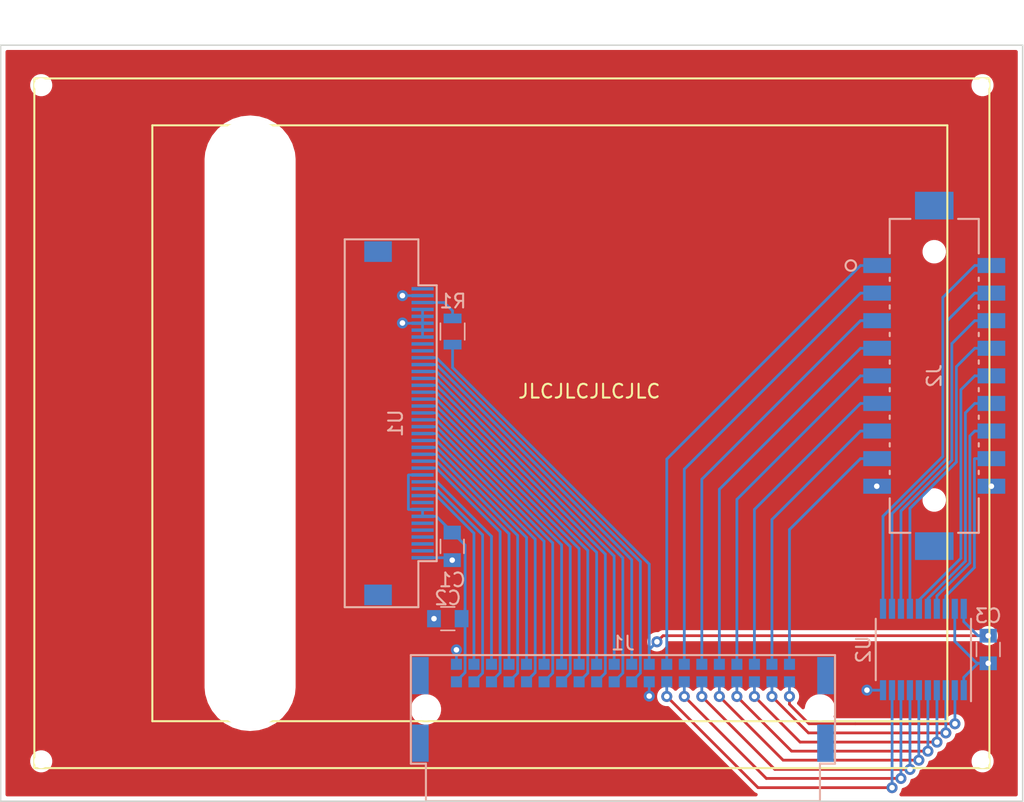
<source format=kicad_pcb>
(kicad_pcb (version 20171130) (host pcbnew "(5.1.5)-3")

  (general
    (thickness 1.6)
    (drawings 5)
    (tracks 263)
    (zones 0)
    (modules 8)
    (nets 49)
  )

  (page A4)
  (layers
    (0 F.Cu signal)
    (31 B.Cu signal)
    (32 B.Adhes user)
    (33 F.Adhes user)
    (34 B.Paste user)
    (35 F.Paste user)
    (36 B.SilkS user)
    (37 F.SilkS user)
    (38 B.Mask user)
    (39 F.Mask user)
    (40 Dwgs.User user)
    (41 Cmts.User user)
    (42 Eco1.User user)
    (43 Eco2.User user)
    (44 Edge.Cuts user)
    (45 Margin user)
    (46 B.CrtYd user)
    (47 F.CrtYd user)
    (48 B.Fab user)
    (49 F.Fab user)
  )

  (setup
    (last_trace_width 0.2)
    (trace_clearance 0.127)
    (zone_clearance 0.3)
    (zone_45_only no)
    (trace_min 0.2)
    (via_size 0.8)
    (via_drill 0.4)
    (via_min_size 0.4)
    (via_min_drill 0.3)
    (uvia_size 0.45)
    (uvia_drill 0.2)
    (uvias_allowed no)
    (uvia_min_size 0.2)
    (uvia_min_drill 0.1)
    (edge_width 0.1)
    (segment_width 0.2)
    (pcb_text_width 0.3)
    (pcb_text_size 1.5 1.5)
    (mod_edge_width 0.15)
    (mod_text_size 1 1)
    (mod_text_width 0.15)
    (pad_size 1.524 1.524)
    (pad_drill 0.762)
    (pad_to_mask_clearance 0)
    (aux_axis_origin 0 0)
    (visible_elements 7FFFFFFF)
    (pcbplotparams
      (layerselection 0x010f0_ffffffff)
      (usegerberextensions false)
      (usegerberattributes false)
      (usegerberadvancedattributes false)
      (creategerberjobfile false)
      (excludeedgelayer true)
      (linewidth 0.100000)
      (plotframeref false)
      (viasonmask false)
      (mode 1)
      (useauxorigin false)
      (hpglpennumber 1)
      (hpglpenspeed 20)
      (hpglpendiameter 15.000000)
      (psnegative false)
      (psa4output false)
      (plotreference true)
      (plotvalue true)
      (plotinvisibletext false)
      (padsonsilk false)
      (subtractmaskfromsilk true)
      (outputformat 1)
      (mirror false)
      (drillshape 0)
      (scaleselection 1)
      (outputdirectory "Gerber/DisplayModule/"))
  )

  (net 0 "")
  (net 1 GND)
  (net 2 ~LCD_RESET)
  (net 3 5V)
  (net 4 LCD_D14)
  (net 5 LCD_D15)
  (net 6 LCD_D12)
  (net 7 LCD_D13)
  (net 8 LCD_D10)
  (net 9 LCD_D11)
  (net 10 LCD_D8)
  (net 11 LCD_D9)
  (net 12 LCD_D6)
  (net 13 LCD_D7)
  (net 14 LCD_D4)
  (net 15 LCD_D5)
  (net 16 LCD_D2)
  (net 17 LCD_D3)
  (net 18 LCD_D0)
  (net 19 LCD_D1)
  (net 20 ~LCD_WR)
  (net 21 LCD_DC)
  (net 22 ~LCD_CS)
  (net 23 3.3V)
  (net 24 "Net-(R1-Pad1)")
  (net 25 BTN_1)
  (net 26 BTN_2)
  (net 27 BTN_3)
  (net 28 BTN_8)
  (net 29 LED_8)
  (net 30 BTN_7)
  (net 31 LED_7)
  (net 32 BTN_6)
  (net 33 LED_6)
  (net 34 BTN_5)
  (net 35 LED_5)
  (net 36 BTN_4)
  (net 37 LED_4)
  (net 38 LED_3)
  (net 39 LED_2)
  (net 40 LED_1)
  (net 41 LED_OUT_1)
  (net 42 LED_OUT_2)
  (net 43 LED_OUT_3)
  (net 44 LED_OUT_4)
  (net 45 LED_OUT_5)
  (net 46 LED_OUT_6)
  (net 47 LED_OUT_7)
  (net 48 LED_OUT_8)

  (net_class Default "Dies ist die voreingestellte Netzklasse."
    (clearance 0.127)
    (trace_width 0.2)
    (via_dia 0.8)
    (via_drill 0.4)
    (uvia_dia 0.45)
    (uvia_drill 0.2)
    (add_net 3.3V)
    (add_net 5V)
    (add_net BTN_1)
    (add_net BTN_2)
    (add_net BTN_3)
    (add_net BTN_4)
    (add_net BTN_5)
    (add_net BTN_6)
    (add_net BTN_7)
    (add_net BTN_8)
    (add_net GND)
    (add_net LCD_D0)
    (add_net LCD_D1)
    (add_net LCD_D10)
    (add_net LCD_D11)
    (add_net LCD_D12)
    (add_net LCD_D13)
    (add_net LCD_D14)
    (add_net LCD_D15)
    (add_net LCD_D2)
    (add_net LCD_D3)
    (add_net LCD_D4)
    (add_net LCD_D5)
    (add_net LCD_D6)
    (add_net LCD_D7)
    (add_net LCD_D8)
    (add_net LCD_D9)
    (add_net LCD_DC)
    (add_net LED_1)
    (add_net LED_2)
    (add_net LED_3)
    (add_net LED_4)
    (add_net LED_5)
    (add_net LED_6)
    (add_net LED_7)
    (add_net LED_8)
    (add_net LED_OUT_1)
    (add_net LED_OUT_2)
    (add_net LED_OUT_3)
    (add_net LED_OUT_4)
    (add_net LED_OUT_5)
    (add_net LED_OUT_6)
    (add_net LED_OUT_7)
    (add_net LED_OUT_8)
    (add_net "Net-(R1-Pad1)")
    (add_net ~LCD_CS)
    (add_net ~LCD_RESET)
    (add_net ~LCD_WR)
  )

  (module Custom:Hirose_DF11GZ-18DP-2V20 (layer B.Cu) (tedit 5EAF3EC7) (tstamp 5EAF3BA4)
    (at 80.01 31.2674 90)
    (path /5EB34197)
    (fp_text reference J2 (at -8 4.1402 90) (layer B.SilkS)
      (effects (font (size 1 1) (thickness 0.15)) (justify mirror))
    )
    (fp_text value Conn_02x09_Odd_Even (at -8 4.1402 90) (layer B.SilkS) hide
      (effects (font (size 1 1) (thickness 0.15)) (justify mirror))
    )
    (fp_circle (center -0.000001 -1.905) (end 0.380999 -1.905) (layer B.Fab) (width 0.1524))
    (fp_circle (center -0.000001 -1.905) (end 0.380999 -1.905) (layer B.SilkS) (width 0.1524))
    (fp_line (start 5.6017 9.0805) (end -21.6017 9.0805) (layer B.CrtYd) (width 0.1524))
    (fp_line (start 5.6017 -0.8001) (end 5.6017 9.0805) (layer B.CrtYd) (width 0.1524))
    (fp_line (start -21.6017 -0.8001) (end 5.6017 -0.8001) (layer B.CrtYd) (width 0.1524))
    (fp_line (start -21.6017 9.0805) (end -21.6017 -0.8001) (layer B.CrtYd) (width 0.1524))
    (fp_line (start 3.3792 5.86994) (end 3.3792 7.366) (layer B.SilkS) (width 0.1524))
    (fp_line (start -19.3792 2.41046) (end -19.3792 0.9144) (layer B.SilkS) (width 0.1524))
    (fp_line (start -16.878839 7.366) (end -19.3792 7.366) (layer B.SilkS) (width 0.1524))
    (fp_line (start -15.121159 0.9144) (end -14.878841 0.9144) (layer B.SilkS) (width 0.1524))
    (fp_line (start -14.878841 7.366) (end -15.121159 7.366) (layer B.SilkS) (width 0.1524))
    (fp_line (start -13.121161 0.9144) (end -12.87884 0.9144) (layer B.SilkS) (width 0.1524))
    (fp_line (start -12.87884 7.366) (end -13.121161 7.366) (layer B.SilkS) (width 0.1524))
    (fp_line (start -11.12116 0.9144) (end -10.878841 0.9144) (layer B.SilkS) (width 0.1524))
    (fp_line (start -10.878841 7.366) (end -11.12116 7.366) (layer B.SilkS) (width 0.1524))
    (fp_line (start -9.121161 0.9144) (end -8.87884 0.9144) (layer B.SilkS) (width 0.1524))
    (fp_line (start -8.87884 7.366) (end -9.121161 7.366) (layer B.SilkS) (width 0.1524))
    (fp_line (start -7.12116 0.9144) (end -6.878839 0.9144) (layer B.SilkS) (width 0.1524))
    (fp_line (start -6.878839 7.366) (end -7.12116 7.366) (layer B.SilkS) (width 0.1524))
    (fp_line (start -5.121159 0.9144) (end -4.87884 0.9144) (layer B.SilkS) (width 0.1524))
    (fp_line (start -4.87884 7.366) (end -5.121159 7.366) (layer B.SilkS) (width 0.1524))
    (fp_line (start -3.12116 0.9144) (end -2.878839 0.9144) (layer B.SilkS) (width 0.1524))
    (fp_line (start -2.878839 7.366) (end -3.12116 7.366) (layer B.SilkS) (width 0.1524))
    (fp_line (start -1.121159 0.9144) (end -0.878841 0.9144) (layer B.SilkS) (width 0.1524))
    (fp_line (start -0.878841 7.366) (end -1.121159 7.366) (layer B.SilkS) (width 0.1524))
    (fp_line (start 0.878839 0.9144) (end 3.3792 0.9144) (layer B.SilkS) (width 0.1524))
    (fp_line (start -19.2522 7.239) (end -19.2522 1.0414) (layer B.Fab) (width 0.1524))
    (fp_line (start 3.2522 7.239) (end -19.2522 7.239) (layer B.Fab) (width 0.1524))
    (fp_line (start 3.2522 1.0414) (end 3.2522 7.239) (layer B.Fab) (width 0.1524))
    (fp_line (start -19.2522 1.0414) (end 3.2522 1.0414) (layer B.Fab) (width 0.1524))
    (fp_line (start -19.3792 7.366) (end -19.3792 5.86994) (layer B.SilkS) (width 0.1524))
    (fp_line (start 3.3792 7.366) (end 0.878839 7.366) (layer B.SilkS) (width 0.1524))
    (fp_line (start 3.3792 0.9144) (end 3.3792 2.41046) (layer B.SilkS) (width 0.1524))
    (fp_line (start -19.3792 0.9144) (end -16.878839 0.9144) (layer B.SilkS) (width 0.1524))
    (fp_text user "Copyright 2016 Accelerated Designs. All rights reserved." (at 0 0 90) (layer Cmts.User)
      (effects (font (size 0.127 0.127) (thickness 0.002)))
    )
    (fp_text user * (at 0 0 90) (layer B.Fab)
      (effects (font (size 1 1) (thickness 0.15)) (justify mirror))
    )
    (pad "" np_thru_hole circle (at 1 4.1402 90) (size 1.1 1.1) (drill 1.1) (layers *.Cu *.Mask))
    (pad "" np_thru_hole circle (at -17 4.1402 90) (size 1.1 1.1) (drill 1.1) (layers *.Cu *.Mask))
    (pad 20 smd rect (at 4.3444 4.1402 90) (size 2.0066 2.794) (layers B.Cu B.Paste B.Mask))
    (pad 19 smd rect (at -20.3444 4.1402 90) (size 2.0066 2.794) (layers B.Cu B.Paste B.Mask))
    (pad 18 smd rect (at -15.999999 8.2804 90) (size 1.0922 2.0066) (layers B.Cu B.Paste B.Mask)
      (net 1 GND))
    (pad 17 smd rect (at -15.999999 0 90) (size 1.0922 2.0066) (layers B.Cu B.Paste B.Mask)
      (net 1 GND))
    (pad 16 smd rect (at -14.000001 8.2804 90) (size 1.0922 2.0066) (layers B.Cu B.Paste B.Mask)
      (net 48 LED_OUT_8))
    (pad 15 smd rect (at -14.000001 0 90) (size 1.0922 2.0066) (layers B.Cu B.Paste B.Mask)
      (net 28 BTN_8))
    (pad 14 smd rect (at -12 8.2804 90) (size 1.0922 2.0066) (layers B.Cu B.Paste B.Mask)
      (net 47 LED_OUT_7))
    (pad 13 smd rect (at -12 0 90) (size 1.0922 2.0066) (layers B.Cu B.Paste B.Mask)
      (net 30 BTN_7))
    (pad 12 smd rect (at -10.000001 8.2804 90) (size 1.0922 2.0066) (layers B.Cu B.Paste B.Mask)
      (net 46 LED_OUT_6))
    (pad 11 smd rect (at -10.000001 0 90) (size 1.0922 2.0066) (layers B.Cu B.Paste B.Mask)
      (net 32 BTN_6))
    (pad 10 smd rect (at -8 8.2804 90) (size 1.0922 2.0066) (layers B.Cu B.Paste B.Mask)
      (net 45 LED_OUT_5))
    (pad 9 smd rect (at -8 0 90) (size 1.0922 2.0066) (layers B.Cu B.Paste B.Mask)
      (net 34 BTN_5))
    (pad 8 smd rect (at -5.999999 8.2804 90) (size 1.0922 2.0066) (layers B.Cu B.Paste B.Mask)
      (net 44 LED_OUT_4))
    (pad 7 smd rect (at -5.999999 0 90) (size 1.0922 2.0066) (layers B.Cu B.Paste B.Mask)
      (net 36 BTN_4))
    (pad 6 smd rect (at -4 8.2804 90) (size 1.0922 2.0066) (layers B.Cu B.Paste B.Mask)
      (net 43 LED_OUT_3))
    (pad 5 smd rect (at -4 0 90) (size 1.0922 2.0066) (layers B.Cu B.Paste B.Mask)
      (net 27 BTN_3))
    (pad 4 smd rect (at -1.999999 8.2804 90) (size 1.0922 2.0066) (layers B.Cu B.Paste B.Mask)
      (net 42 LED_OUT_2))
    (pad 3 smd rect (at -1.999999 0 90) (size 1.0922 2.0066) (layers B.Cu B.Paste B.Mask)
      (net 26 BTN_2))
    (pad 2 smd rect (at -0.000001 8.2804 90) (size 1.0922 2.0066) (layers B.Cu B.Paste B.Mask)
      (net 41 LED_OUT_1))
    (pad 1 smd rect (at -0.000001 0 90) (size 1.0922 2.0066) (layers B.Cu B.Paste B.Mask)
      (net 25 BTN_1))
    (model C:/Users/dc/Hobby/Elektronik/KiCAD-Bibliotheken/3D-Modelle/Hirose_DF11G-18DP-2V.stp
      (offset (xyz -0.4 -19.35 5.25))
      (scale (xyz 1 1 1))
      (rotate (xyz 0 180 0))
    )
  )

  (module Custom:NHD-2.8-240320AF-CSXP-F (layer F.Cu) (tedit 5E90ADCD) (tstamp 5E962130)
    (at 56.297201 42.702601)
    (path /5E239A1A)
    (attr smd)
    (fp_text reference U1 (at -11.171707 -0.000819 90) (layer B.SilkS)
      (effects (font (size 1 1) (thickness 0.15)) (justify mirror))
    )
    (fp_text value NHD-2.8-240320AF-CSXP-F (at -12.321707 -0.000819 90) (layer B.Fab)
      (effects (font (size 1 1) (thickness 0.15)) (justify mirror))
    )
    (fp_line (start -9.525 -10.000819) (end -8.196707 -10.000819) (layer B.SilkS) (width 0.15))
    (fp_line (start -9.525 9.999181) (end -8.196707 9.999181) (layer B.SilkS) (width 0.15))
    (fp_line (start -9.525 -13.335) (end -9.525 -10.000819) (layer B.SilkS) (width 0.15))
    (fp_line (start -9.525 13.335) (end -9.525 9.999181) (layer B.SilkS) (width 0.15))
    (fp_line (start -14.859 -13.335) (end -9.525 -13.335) (layer B.SilkS) (width 0.15))
    (fp_line (start -14.859 13.335) (end -9.525 13.335) (layer B.SilkS) (width 0.15))
    (fp_line (start -14.859 -13.335) (end -14.859 13.335) (layer B.SilkS) (width 0.15))
    (fp_line (start -8.196707 9.999181) (end -8.196707 -10.000819) (layer B.SilkS) (width 0.15))
    (fp_line (start -37.35 -25) (end 31.85 -25) (layer F.SilkS) (width 0.15))
    (fp_line (start 31.85 -25) (end 31.85 25) (layer F.SilkS) (width 0.15))
    (fp_line (start 31.85 25) (end -37.35 25) (layer F.SilkS) (width 0.15))
    (fp_line (start -37.35 25) (end -37.35 -25) (layer F.SilkS) (width 0.15))
    (fp_line (start -28.8 -21.6) (end 28.8 -21.6) (layer F.SilkS) (width 0.15))
    (fp_line (start 28.8 -21.6) (end 28.8 21.6) (layer F.SilkS) (width 0.15))
    (fp_line (start 28.8 21.6) (end -28.8 21.6) (layer F.SilkS) (width 0.15))
    (fp_line (start -28.8 21.6) (end -28.8 -21.6) (layer F.SilkS) (width 0.15))
    (pad 0 smd rect (at -12.446 -12.446 90) (size 1.5 2) (layers B.Cu B.Paste B.Mask))
    (pad 0 smd rect (at -12.446 12.446 90) (size 1.5 2) (layers B.Cu B.Paste B.Mask))
    (pad 40 smd rect (at -9.221707 -9.750819 90) (size 0.25 1.6) (layers B.Cu B.Paste B.Mask))
    (pad 39 smd rect (at -9.221707 -9.250819 90) (size 0.25 1.6) (layers B.Cu B.Paste B.Mask)
      (net 1 GND))
    (pad 38 smd rect (at -9.221707 -8.750819 90) (size 0.25 1.6) (layers B.Cu B.Paste B.Mask)
      (net 24 "Net-(R1-Pad1)"))
    (pad 37 smd rect (at -9.221707 -8.250819 90) (size 0.25 1.6) (layers B.Cu B.Paste B.Mask)
      (net 1 GND))
    (pad 36 smd rect (at -9.221707 -7.750819 90) (size 0.25 1.6) (layers B.Cu B.Paste B.Mask)
      (net 1 GND))
    (pad 35 smd rect (at -9.221707 -7.250819 90) (size 0.25 1.6) (layers B.Cu B.Paste B.Mask)
      (net 1 GND))
    (pad 34 smd rect (at -9.221707 -6.750819 90) (size 0.25 1.6) (layers B.Cu B.Paste B.Mask)
      (net 1 GND))
    (pad 33 smd rect (at -9.221707 -6.250819 90) (size 0.25 1.6) (layers B.Cu B.Paste B.Mask)
      (net 1 GND))
    (pad 32 smd rect (at -9.221707 -5.750819 90) (size 0.25 1.6) (layers B.Cu B.Paste B.Mask))
    (pad 31 smd rect (at -9.221707 -5.250819 90) (size 0.25 1.6) (layers B.Cu B.Paste B.Mask))
    (pad 30 smd rect (at -9.221707 -4.750819 90) (size 0.25 1.6) (layers B.Cu B.Paste B.Mask)
      (net 2 ~LCD_RESET))
    (pad 29 smd rect (at -9.221707 -4.250819 90) (size 0.25 1.6) (layers B.Cu B.Paste B.Mask)
      (net 5 LCD_D15))
    (pad 28 smd rect (at -9.221707 -3.750819 90) (size 0.25 1.6) (layers B.Cu B.Paste B.Mask)
      (net 4 LCD_D14))
    (pad 27 smd rect (at -9.221707 -3.250819 90) (size 0.25 1.6) (layers B.Cu B.Paste B.Mask)
      (net 7 LCD_D13))
    (pad 26 smd rect (at -9.221707 -2.750819 90) (size 0.25 1.6) (layers B.Cu B.Paste B.Mask)
      (net 6 LCD_D12))
    (pad 25 smd rect (at -9.221707 -2.250819 90) (size 0.25 1.6) (layers B.Cu B.Paste B.Mask)
      (net 9 LCD_D11))
    (pad 24 smd rect (at -9.221707 -1.750819 90) (size 0.25 1.6) (layers B.Cu B.Paste B.Mask)
      (net 8 LCD_D10))
    (pad 23 smd rect (at -9.221707 -1.250819 90) (size 0.25 1.6) (layers B.Cu B.Paste B.Mask)
      (net 11 LCD_D9))
    (pad 22 smd rect (at -9.221707 -0.750819 90) (size 0.25 1.6) (layers B.Cu B.Paste B.Mask)
      (net 10 LCD_D8))
    (pad 21 smd rect (at -9.221707 -0.250819 90) (size 0.25 1.6) (layers B.Cu B.Paste B.Mask)
      (net 13 LCD_D7))
    (pad 20 smd rect (at -9.221707 0.249181 90) (size 0.25 1.6) (layers B.Cu B.Paste B.Mask)
      (net 12 LCD_D6))
    (pad 19 smd rect (at -9.221707 0.749181 90) (size 0.25 1.6) (layers B.Cu B.Paste B.Mask)
      (net 15 LCD_D5))
    (pad 18 smd rect (at -9.221707 1.249181 90) (size 0.25 1.6) (layers B.Cu B.Paste B.Mask)
      (net 14 LCD_D4))
    (pad 17 smd rect (at -9.221707 1.749181 90) (size 0.25 1.6) (layers B.Cu B.Paste B.Mask)
      (net 17 LCD_D3))
    (pad 16 smd rect (at -9.221707 2.249181 90) (size 0.25 1.6) (layers B.Cu B.Paste B.Mask)
      (net 16 LCD_D2))
    (pad 15 smd rect (at -9.221707 2.749181 90) (size 0.25 1.6) (layers B.Cu B.Paste B.Mask)
      (net 19 LCD_D1))
    (pad 14 smd rect (at -9.221707 3.249181 90) (size 0.25 1.6) (layers B.Cu B.Paste B.Mask)
      (net 18 LCD_D0))
    (pad 13 smd rect (at -9.221707 3.749181 90) (size 0.25 1.6) (layers B.Cu B.Paste B.Mask)
      (net 23 3.3V))
    (pad 12 smd rect (at -9.221707 4.249181 90) (size 0.25 1.6) (layers B.Cu B.Paste B.Mask)
      (net 20 ~LCD_WR))
    (pad 11 smd rect (at -9.221707 4.749181 90) (size 0.25 1.6) (layers B.Cu B.Paste B.Mask)
      (net 21 LCD_DC))
    (pad 10 smd rect (at -9.221707 5.249181 90) (size 0.25 1.6) (layers B.Cu B.Paste B.Mask)
      (net 22 ~LCD_CS))
    (pad 9 smd rect (at -9.221707 5.749181 90) (size 0.25 1.6) (layers B.Cu B.Paste B.Mask))
    (pad 8 smd rect (at -9.221707 6.249181 90) (size 0.25 1.6) (layers B.Cu B.Paste B.Mask)
      (net 23 3.3V))
    (pad 7 smd rect (at -9.221707 6.749181 90) (size 0.25 1.6) (layers B.Cu B.Paste B.Mask)
      (net 23 3.3V))
    (pad 6 smd rect (at -9.221707 7.249181 90) (size 0.25 1.6) (layers B.Cu B.Paste B.Mask))
    (pad 5 smd rect (at -9.221707 7.749181 90) (size 0.25 1.6) (layers B.Cu B.Paste B.Mask))
    (pad 4 smd rect (at -9.221707 8.249181 90) (size 0.25 1.6) (layers B.Cu B.Paste B.Mask))
    (pad 3 smd rect (at -9.221707 8.749181 90) (size 0.25 1.6) (layers B.Cu B.Paste B.Mask))
    (pad 2 smd rect (at -9.221707 9.249181 90) (size 0.25 1.6) (layers B.Cu B.Paste B.Mask))
    (pad 1 smd rect (at -9.221707 9.749181 90) (size 0.25 1.6) (layers B.Cu B.Paste B.Mask)
      (net 1 GND))
    (pad "" np_thru_hole circle (at 31.35 -24.51) (size 1 1) (drill 1) (layers *.Cu *.Mask))
    (pad "" np_thru_hole circle (at 31.3563 24.51) (size 1 1) (drill 1) (layers *.Cu *.Mask))
    (pad "" np_thru_hole circle (at -36.85 24.51) (size 1 1) (drill 1) (layers *.Cu *.Mask))
    (pad "" np_thru_hole circle (at -36.85 -24.51) (size 1 1) (drill 1) (layers *.Cu *.Mask))
    (pad "" np_thru_hole oval (at -21.717 0 270) (size 44 6) (drill oval 44 6) (layers *.Cu *.Mask))
    (model C:/Users/dc/Hobby/Elektronik/KiCAD-Bibliotheken/3D-Modelle/NHD-2.8-240320AF-CSXP-F_folded.stp
      (offset (xyz -2.75 0 0))
      (scale (xyz 1 1 1))
      (rotate (xyz 0 0 90))
    )
    (model C:/Users/dc/Hobby/Elektronik/KiCAD-Bibliotheken/3D-Modelle/Molex_541324062.stp
      (offset (xyz -9.699999999999999 0 -1.799))
      (scale (xyz 1 1 1))
      (rotate (xyz 90 0 -90))
    )
  )

  (module Resistors_SMD:R_0805 (layer B.Cu) (tedit 58E0A804) (tstamp 5E96314D)
    (at 49.2506 36.0528 270)
    (descr "Resistor SMD 0805, reflow soldering, Vishay (see dcrcw.pdf)")
    (tags "resistor 0805")
    (path /5E258A36)
    (attr smd)
    (fp_text reference R1 (at -2.1996 -0.0254 180) (layer B.SilkS)
      (effects (font (size 1 1) (thickness 0.15)) (justify mirror))
    )
    (fp_text value 100 (at 0 -1.75 90) (layer B.Fab)
      (effects (font (size 1 1) (thickness 0.15)) (justify mirror))
    )
    (fp_line (start 1.55 -0.9) (end -1.55 -0.9) (layer B.CrtYd) (width 0.05))
    (fp_line (start 1.55 -0.9) (end 1.55 0.9) (layer B.CrtYd) (width 0.05))
    (fp_line (start -1.55 0.9) (end -1.55 -0.9) (layer B.CrtYd) (width 0.05))
    (fp_line (start -1.55 0.9) (end 1.55 0.9) (layer B.CrtYd) (width 0.05))
    (fp_line (start -0.6 0.88) (end 0.6 0.88) (layer B.SilkS) (width 0.12))
    (fp_line (start 0.6 -0.88) (end -0.6 -0.88) (layer B.SilkS) (width 0.12))
    (fp_line (start -1 0.62) (end 1 0.62) (layer B.Fab) (width 0.1))
    (fp_line (start 1 0.62) (end 1 -0.62) (layer B.Fab) (width 0.1))
    (fp_line (start 1 -0.62) (end -1 -0.62) (layer B.Fab) (width 0.1))
    (fp_line (start -1 -0.62) (end -1 0.62) (layer B.Fab) (width 0.1))
    (fp_text user %R (at -23.4848 -18.0086 90) (layer B.Fab)
      (effects (font (size 0.5 0.5) (thickness 0.075)) (justify mirror))
    )
    (pad 2 smd rect (at 0.95 0 270) (size 0.7 1.3) (layers B.Cu B.Paste B.Mask)
      (net 3 5V))
    (pad 1 smd rect (at -0.95 0 270) (size 0.7 1.3) (layers B.Cu B.Paste B.Mask)
      (net 24 "Net-(R1-Pad1)"))
    (model ${KISYS3DMOD}/Resistors_SMD.3dshapes/R_0805.wrl
      (at (xyz 0 0 0))
      (scale (xyz 1 1 1))
      (rotate (xyz 0 0 0))
    )
  )

  (module Custom:HARTING_15150402601000 (layer B.Cu) (tedit 5E964A33) (tstamp 5E965FFB)
    (at 61.595 63.4492 180)
    (path /5E23E863)
    (fp_text reference J1 (at 0 4.8006) (layer B.SilkS)
      (effects (font (size 1 1) (thickness 0.15)) (justify mirror))
    )
    (fp_text value Conn_02x20_Odd_Even (at 0 0.5) (layer B.Fab)
      (effects (font (size 1 1) (thickness 0.15)) (justify mirror))
    )
    (fp_line (start -15.367 3.937) (end 15.367 3.937) (layer B.SilkS) (width 0.15))
    (fp_line (start 15.367 3.937) (end 15.367 -3.937) (layer B.SilkS) (width 0.15))
    (fp_line (start 15.367 -3.937) (end 14.275 -3.937) (layer B.SilkS) (width 0.15))
    (fp_line (start 14.275 -3.937) (end 14.275 -6.65) (layer B.SilkS) (width 0.15))
    (fp_line (start -15.367 3.937) (end -15.367 -3.937) (layer B.SilkS) (width 0.15))
    (fp_line (start -15.367 -3.937) (end -14.275 -3.937) (layer B.SilkS) (width 0.15))
    (fp_line (start -14.275 -3.937) (end -14.275 -6.65) (layer B.SilkS) (width 0.15))
    (fp_line (start -14.275 -6.65) (end 14.275 -6.65) (layer B.SilkS) (width 0.15))
    (pad 1 smd rect (at -12.065 3.27 180) (size 0.8 0.8) (layers B.Cu B.Paste B.Mask)
      (net 28 BTN_8))
    (pad 2 smd rect (at -12.065 2 180) (size 0.8 0.8) (layers B.Cu B.Paste B.Mask)
      (net 29 LED_8))
    (pad 3 smd rect (at -10.795 3.27 180) (size 0.8 0.8) (layers B.Cu B.Paste B.Mask)
      (net 30 BTN_7))
    (pad 4 smd rect (at -10.795 2 180) (size 0.8 0.8) (layers B.Cu B.Paste B.Mask)
      (net 31 LED_7))
    (pad 5 smd rect (at -9.525 3.27 180) (size 0.8 0.8) (layers B.Cu B.Paste B.Mask)
      (net 32 BTN_6))
    (pad 6 smd rect (at -9.525 2 180) (size 0.8 0.8) (layers B.Cu B.Paste B.Mask)
      (net 33 LED_6))
    (pad 7 smd rect (at -8.255 3.27 180) (size 0.8 0.8) (layers B.Cu B.Paste B.Mask)
      (net 34 BTN_5))
    (pad 8 smd rect (at -8.255 2 180) (size 0.8 0.8) (layers B.Cu B.Paste B.Mask)
      (net 35 LED_5))
    (pad 9 smd rect (at -6.985 3.27 180) (size 0.8 0.8) (layers B.Cu B.Paste B.Mask)
      (net 36 BTN_4))
    (pad 10 smd rect (at -6.985 2 180) (size 0.8 0.8) (layers B.Cu B.Paste B.Mask)
      (net 37 LED_4))
    (pad 11 smd rect (at -5.715 3.27 180) (size 0.8 0.8) (layers B.Cu B.Paste B.Mask)
      (net 27 BTN_3))
    (pad 12 smd rect (at -5.715 2 180) (size 0.8 0.8) (layers B.Cu B.Paste B.Mask)
      (net 38 LED_3))
    (pad 13 smd rect (at -4.445 3.27 180) (size 0.8 0.8) (layers B.Cu B.Paste B.Mask)
      (net 26 BTN_2))
    (pad 14 smd rect (at -4.445 2 180) (size 0.8 0.8) (layers B.Cu B.Paste B.Mask)
      (net 39 LED_2))
    (pad 15 smd rect (at -3.175 3.27 180) (size 0.8 0.8) (layers B.Cu B.Paste B.Mask)
      (net 25 BTN_1))
    (pad 16 smd rect (at -3.175 2 180) (size 0.8 0.8) (layers B.Cu B.Paste B.Mask)
      (net 40 LED_1))
    (pad 17 smd rect (at -1.905 3.27 180) (size 0.8 0.8) (layers B.Cu B.Paste B.Mask)
      (net 3 5V))
    (pad 18 smd rect (at -1.905 2 180) (size 0.8 0.8) (layers B.Cu B.Paste B.Mask)
      (net 1 GND))
    (pad 19 smd rect (at -0.635 3.27 180) (size 0.8 0.8) (layers B.Cu B.Paste B.Mask)
      (net 5 LCD_D15))
    (pad 20 smd rect (at -0.635 2 180) (size 0.8 0.8) (layers B.Cu B.Paste B.Mask)
      (net 2 ~LCD_RESET))
    (pad 21 smd rect (at 0.635 3.27 180) (size 0.8 0.8) (layers B.Cu B.Paste B.Mask)
      (net 7 LCD_D13))
    (pad 22 smd rect (at 0.635 2 180) (size 0.8 0.8) (layers B.Cu B.Paste B.Mask)
      (net 4 LCD_D14))
    (pad 23 smd rect (at 1.905 3.27 180) (size 0.8 0.8) (layers B.Cu B.Paste B.Mask)
      (net 9 LCD_D11))
    (pad 24 smd rect (at 1.905 2 180) (size 0.8 0.8) (layers B.Cu B.Paste B.Mask)
      (net 6 LCD_D12))
    (pad 25 smd rect (at 3.175 3.27 180) (size 0.8 0.8) (layers B.Cu B.Paste B.Mask)
      (net 11 LCD_D9))
    (pad 26 smd rect (at 3.175 2 180) (size 0.8 0.8) (layers B.Cu B.Paste B.Mask)
      (net 8 LCD_D10))
    (pad 27 smd rect (at 4.445 3.27 180) (size 0.8 0.8) (layers B.Cu B.Paste B.Mask)
      (net 13 LCD_D7))
    (pad 28 smd rect (at 4.445 2 180) (size 0.8 0.8) (layers B.Cu B.Paste B.Mask)
      (net 10 LCD_D8))
    (pad 29 smd rect (at 5.715 3.27 180) (size 0.8 0.8) (layers B.Cu B.Paste B.Mask)
      (net 15 LCD_D5))
    (pad 30 smd rect (at 5.715 2 180) (size 0.8 0.8) (layers B.Cu B.Paste B.Mask)
      (net 12 LCD_D6))
    (pad 31 smd rect (at 6.985 3.27 180) (size 0.8 0.8) (layers B.Cu B.Paste B.Mask)
      (net 17 LCD_D3))
    (pad 32 smd rect (at 6.985 2 180) (size 0.8 0.8) (layers B.Cu B.Paste B.Mask)
      (net 14 LCD_D4))
    (pad 33 smd rect (at 8.255 3.27 180) (size 0.8 0.8) (layers B.Cu B.Paste B.Mask)
      (net 19 LCD_D1))
    (pad 34 smd rect (at 8.255 2 180) (size 0.8 0.8) (layers B.Cu B.Paste B.Mask)
      (net 16 LCD_D2))
    (pad 35 smd rect (at 9.525 3.27 180) (size 0.8 0.8) (layers B.Cu B.Paste B.Mask)
      (net 20 ~LCD_WR))
    (pad 36 smd rect (at 9.525 2 180) (size 0.8 0.8) (layers B.Cu B.Paste B.Mask)
      (net 18 LCD_D0))
    (pad 37 smd rect (at 10.795 3.27 180) (size 0.8 0.8) (layers B.Cu B.Paste B.Mask)
      (net 22 ~LCD_CS))
    (pad 38 smd rect (at 10.795 2 180) (size 0.8 0.8) (layers B.Cu B.Paste B.Mask)
      (net 21 LCD_DC))
    (pad 39 smd rect (at 12.065 3.27 180) (size 0.8 0.8) (layers B.Cu B.Paste B.Mask)
      (net 1 GND))
    (pad 40 smd rect (at 12.065 2 180) (size 0.8 0.8) (layers B.Cu B.Paste B.Mask)
      (net 23 3.3V))
    (pad "" np_thru_hole circle (at -14.275 0 180) (size 1.6 1.6) (drill 1.6) (layers *.Cu *.Mask))
    (pad "" np_thru_hole circle (at 14.275 0 180) (size 1.6 1.6) (drill 1.6) (layers *.Cu *.Mask))
    (pad 41 smd rect (at -14.675 2.45 180) (size 1.2 2.7) (layers B.Cu B.Paste B.Mask))
    (pad 41 smd rect (at -14.675 -2.45 180) (size 1.2 2.7) (layers B.Cu B.Paste B.Mask))
    (pad 41 smd rect (at 14.675 2.45 180) (size 1.2 2.7) (layers B.Cu B.Paste B.Mask))
    (pad 41 smd rect (at 14.675 -2.45 180) (size 1.2 2.7) (layers B.Cu B.Paste B.Mask))
  )

  (module Capacitors_SMD:C_0805 (layer B.Cu) (tedit 58AA8463) (tstamp 5E972FB1)
    (at 49.2252 51.6288 270)
    (descr "Capacitor SMD 0805, reflow soldering, AVX (see smccp.pdf)")
    (tags "capacitor 0805")
    (path /5E973CDC)
    (attr smd)
    (fp_text reference C1 (at 2.4384 0 180) (layer B.SilkS)
      (effects (font (size 1 1) (thickness 0.15)) (justify mirror))
    )
    (fp_text value 100n (at 0 -1.75 90) (layer B.Fab)
      (effects (font (size 1 1) (thickness 0.15)) (justify mirror))
    )
    (fp_line (start 1.75 -0.87) (end -1.75 -0.87) (layer B.CrtYd) (width 0.05))
    (fp_line (start 1.75 -0.87) (end 1.75 0.88) (layer B.CrtYd) (width 0.05))
    (fp_line (start -1.75 0.88) (end -1.75 -0.87) (layer B.CrtYd) (width 0.05))
    (fp_line (start -1.75 0.88) (end 1.75 0.88) (layer B.CrtYd) (width 0.05))
    (fp_line (start -0.5 -0.85) (end 0.5 -0.85) (layer B.SilkS) (width 0.12))
    (fp_line (start 0.5 0.85) (end -0.5 0.85) (layer B.SilkS) (width 0.12))
    (fp_line (start -1 0.62) (end 1 0.62) (layer B.Fab) (width 0.1))
    (fp_line (start 1 0.62) (end 1 -0.62) (layer B.Fab) (width 0.1))
    (fp_line (start 1 -0.62) (end -1 -0.62) (layer B.Fab) (width 0.1))
    (fp_line (start -1 -0.62) (end -1 0.62) (layer B.Fab) (width 0.1))
    (fp_text user %R (at 0 1.5 90) (layer B.Fab)
      (effects (font (size 1 1) (thickness 0.15)) (justify mirror))
    )
    (pad 2 smd rect (at 1 0 270) (size 1 1.25) (layers B.Cu B.Paste B.Mask)
      (net 1 GND))
    (pad 1 smd rect (at -1 0 270) (size 1 1.25) (layers B.Cu B.Paste B.Mask)
      (net 23 3.3V))
    (model Capacitors_SMD.3dshapes/C_0805.wrl
      (at (xyz 0 0 0))
      (scale (xyz 1 1 1))
      (rotate (xyz 0 0 0))
    )
  )

  (module Capacitors_SMD:C_0805 (layer B.Cu) (tedit 58AA8463) (tstamp 5E972FC2)
    (at 48.9044 56.8706 180)
    (descr "Capacitor SMD 0805, reflow soldering, AVX (see smccp.pdf)")
    (tags "capacitor 0805")
    (path /5E97A2ED)
    (attr smd)
    (fp_text reference C2 (at 0 1.5) (layer B.SilkS)
      (effects (font (size 1 1) (thickness 0.15)) (justify mirror))
    )
    (fp_text value 10u (at 0 -1.75) (layer B.Fab)
      (effects (font (size 1 1) (thickness 0.15)) (justify mirror))
    )
    (fp_text user %R (at 0 1.5) (layer B.Fab)
      (effects (font (size 1 1) (thickness 0.15)) (justify mirror))
    )
    (fp_line (start -1 -0.62) (end -1 0.62) (layer B.Fab) (width 0.1))
    (fp_line (start 1 -0.62) (end -1 -0.62) (layer B.Fab) (width 0.1))
    (fp_line (start 1 0.62) (end 1 -0.62) (layer B.Fab) (width 0.1))
    (fp_line (start -1 0.62) (end 1 0.62) (layer B.Fab) (width 0.1))
    (fp_line (start 0.5 0.85) (end -0.5 0.85) (layer B.SilkS) (width 0.12))
    (fp_line (start -0.5 -0.85) (end 0.5 -0.85) (layer B.SilkS) (width 0.12))
    (fp_line (start -1.75 0.88) (end 1.75 0.88) (layer B.CrtYd) (width 0.05))
    (fp_line (start -1.75 0.88) (end -1.75 -0.87) (layer B.CrtYd) (width 0.05))
    (fp_line (start 1.75 -0.87) (end 1.75 0.88) (layer B.CrtYd) (width 0.05))
    (fp_line (start 1.75 -0.87) (end -1.75 -0.87) (layer B.CrtYd) (width 0.05))
    (pad 1 smd rect (at -1 0 180) (size 1 1.25) (layers B.Cu B.Paste B.Mask)
      (net 23 3.3V))
    (pad 2 smd rect (at 1 0 180) (size 1 1.25) (layers B.Cu B.Paste B.Mask)
      (net 1 GND))
    (model Capacitors_SMD.3dshapes/C_0805.wrl
      (at (xyz 0 0 0))
      (scale (xyz 1 1 1))
      (rotate (xyz 0 0 0))
    )
  )

  (module Capacitors_SMD:C_0805 (layer B.Cu) (tedit 58AA8463) (tstamp 5EAF3B66)
    (at 88.0618 59.1058 270)
    (descr "Capacitor SMD 0805, reflow soldering, AVX (see smccp.pdf)")
    (tags "capacitor 0805")
    (path /5EBB4BD7)
    (attr smd)
    (fp_text reference C3 (at -2.4384 0 180) (layer B.SilkS)
      (effects (font (size 1 1) (thickness 0.15)) (justify mirror))
    )
    (fp_text value 100n (at 0 -1.75 90) (layer B.Fab)
      (effects (font (size 1 1) (thickness 0.15)) (justify mirror))
    )
    (fp_line (start 1.75 -0.87) (end -1.75 -0.87) (layer B.CrtYd) (width 0.05))
    (fp_line (start 1.75 -0.87) (end 1.75 0.88) (layer B.CrtYd) (width 0.05))
    (fp_line (start -1.75 0.88) (end -1.75 -0.87) (layer B.CrtYd) (width 0.05))
    (fp_line (start -1.75 0.88) (end 1.75 0.88) (layer B.CrtYd) (width 0.05))
    (fp_line (start -0.5 -0.85) (end 0.5 -0.85) (layer B.SilkS) (width 0.12))
    (fp_line (start 0.5 0.85) (end -0.5 0.85) (layer B.SilkS) (width 0.12))
    (fp_line (start -1 0.62) (end 1 0.62) (layer B.Fab) (width 0.1))
    (fp_line (start 1 0.62) (end 1 -0.62) (layer B.Fab) (width 0.1))
    (fp_line (start 1 -0.62) (end -1 -0.62) (layer B.Fab) (width 0.1))
    (fp_line (start -1 -0.62) (end -1 0.62) (layer B.Fab) (width 0.1))
    (fp_text user %R (at 0 1.5 90) (layer B.Fab)
      (effects (font (size 1 1) (thickness 0.15)) (justify mirror))
    )
    (pad 2 smd rect (at 1 0 270) (size 1 1.25) (layers B.Cu B.Paste B.Mask)
      (net 1 GND))
    (pad 1 smd rect (at -1 0 270) (size 1 1.25) (layers B.Cu B.Paste B.Mask)
      (net 3 5V))
    (model Capacitors_SMD.3dshapes/C_0805.wrl
      (at (xyz 0 0 0))
      (scale (xyz 1 1 1))
      (rotate (xyz 0 0 0))
    )
  )

  (module Housings_SSOP:TSSOP-20_4.4x6.5mm_Pitch0.65mm (layer B.Cu) (tedit 54130A77) (tstamp 5EAF3BC8)
    (at 83.3628 59.1058 90)
    (descr "20-Lead Plastic Thin Shrink Small Outline (ST)-4.4 mm Body [TSSOP] (see Microchip Packaging Specification 00000049BS.pdf)")
    (tags "SSOP 0.65")
    (path /5EB14AAC)
    (attr smd)
    (fp_text reference U2 (at 0 -4.3434 90) (layer B.SilkS)
      (effects (font (size 1 1) (thickness 0.15)) (justify mirror))
    )
    (fp_text value 74LVC541 (at 0 -4.3 90) (layer B.Fab)
      (effects (font (size 1 1) (thickness 0.15)) (justify mirror))
    )
    (fp_text user %R (at 0 0 90) (layer B.Fab)
      (effects (font (size 0.8 0.8) (thickness 0.15)) (justify mirror))
    )
    (fp_line (start -3.75 3.45) (end 2.225 3.45) (layer B.SilkS) (width 0.15))
    (fp_line (start -2.225 -3.45) (end 2.225 -3.45) (layer B.SilkS) (width 0.15))
    (fp_line (start -3.95 -3.55) (end 3.95 -3.55) (layer B.CrtYd) (width 0.05))
    (fp_line (start -3.95 3.55) (end 3.95 3.55) (layer B.CrtYd) (width 0.05))
    (fp_line (start 3.95 3.55) (end 3.95 -3.55) (layer B.CrtYd) (width 0.05))
    (fp_line (start -3.95 3.55) (end -3.95 -3.55) (layer B.CrtYd) (width 0.05))
    (fp_line (start -2.2 2.25) (end -1.2 3.25) (layer B.Fab) (width 0.15))
    (fp_line (start -2.2 -3.25) (end -2.2 2.25) (layer B.Fab) (width 0.15))
    (fp_line (start 2.2 -3.25) (end -2.2 -3.25) (layer B.Fab) (width 0.15))
    (fp_line (start 2.2 3.25) (end 2.2 -3.25) (layer B.Fab) (width 0.15))
    (fp_line (start -1.2 3.25) (end 2.2 3.25) (layer B.Fab) (width 0.15))
    (pad 20 smd rect (at 2.95 2.925 90) (size 1.45 0.45) (layers B.Cu B.Paste B.Mask)
      (net 3 5V))
    (pad 19 smd rect (at 2.95 2.275 90) (size 1.45 0.45) (layers B.Cu B.Paste B.Mask)
      (net 1 GND))
    (pad 18 smd rect (at 2.95 1.625 90) (size 1.45 0.45) (layers B.Cu B.Paste B.Mask)
      (net 48 LED_OUT_8))
    (pad 17 smd rect (at 2.95 0.975 90) (size 1.45 0.45) (layers B.Cu B.Paste B.Mask)
      (net 47 LED_OUT_7))
    (pad 16 smd rect (at 2.95 0.325 90) (size 1.45 0.45) (layers B.Cu B.Paste B.Mask)
      (net 46 LED_OUT_6))
    (pad 15 smd rect (at 2.95 -0.325 90) (size 1.45 0.45) (layers B.Cu B.Paste B.Mask)
      (net 45 LED_OUT_5))
    (pad 14 smd rect (at 2.95 -0.975 90) (size 1.45 0.45) (layers B.Cu B.Paste B.Mask)
      (net 44 LED_OUT_4))
    (pad 13 smd rect (at 2.95 -1.625 90) (size 1.45 0.45) (layers B.Cu B.Paste B.Mask)
      (net 43 LED_OUT_3))
    (pad 12 smd rect (at 2.95 -2.275 90) (size 1.45 0.45) (layers B.Cu B.Paste B.Mask)
      (net 42 LED_OUT_2))
    (pad 11 smd rect (at 2.95 -2.925 90) (size 1.45 0.45) (layers B.Cu B.Paste B.Mask)
      (net 41 LED_OUT_1))
    (pad 10 smd rect (at -2.95 -2.925 90) (size 1.45 0.45) (layers B.Cu B.Paste B.Mask)
      (net 1 GND))
    (pad 9 smd rect (at -2.95 -2.275 90) (size 1.45 0.45) (layers B.Cu B.Paste B.Mask)
      (net 40 LED_1))
    (pad 8 smd rect (at -2.95 -1.625 90) (size 1.45 0.45) (layers B.Cu B.Paste B.Mask)
      (net 39 LED_2))
    (pad 7 smd rect (at -2.95 -0.975 90) (size 1.45 0.45) (layers B.Cu B.Paste B.Mask)
      (net 38 LED_3))
    (pad 6 smd rect (at -2.95 -0.325 90) (size 1.45 0.45) (layers B.Cu B.Paste B.Mask)
      (net 37 LED_4))
    (pad 5 smd rect (at -2.95 0.325 90) (size 1.45 0.45) (layers B.Cu B.Paste B.Mask)
      (net 35 LED_5))
    (pad 4 smd rect (at -2.95 0.975 90) (size 1.45 0.45) (layers B.Cu B.Paste B.Mask)
      (net 33 LED_6))
    (pad 3 smd rect (at -2.95 1.625 90) (size 1.45 0.45) (layers B.Cu B.Paste B.Mask)
      (net 31 LED_7))
    (pad 2 smd rect (at -2.95 2.275 90) (size 1.45 0.45) (layers B.Cu B.Paste B.Mask)
      (net 29 LED_8))
    (pad 1 smd rect (at -2.95 2.925 90) (size 1.45 0.45) (layers B.Cu B.Paste B.Mask)
      (net 1 GND))
    (model ${KISYS3DMOD}/Housings_SSOP.3dshapes/TSSOP-20_4.4x6.5mm_Pitch0.65mm.wrl
      (at (xyz 0 0 0))
      (scale (xyz 1 1 1))
      (rotate (xyz 0 0 0))
    )
  )

  (gr_text JLCJLCJLCJLC (at 59.1566 40.386) (layer F.SilkS)
    (effects (font (size 1 1) (thickness 0.15)))
  )
  (gr_line (start 90.551 70.104) (end 16.51 70.104) (layer Edge.Cuts) (width 0.1) (tstamp 5E96DCB7))
  (gr_line (start 90.551 15.2908) (end 90.551 70.104) (layer Edge.Cuts) (width 0.1))
  (gr_line (start 16.51 15.2908) (end 90.551 15.2908) (layer Edge.Cuts) (width 0.1))
  (gr_line (start 16.51 70.104) (end 16.51 15.2908) (layer Edge.Cuts) (width 0.1))

  (via (at 45.6184 33.4518) (size 0.8) (drill 0.4) (layers F.Cu B.Cu) (net 1))
  (segment (start 47.075494 33.451782) (end 45.618418 33.451782) (width 0.2) (layer B.Cu) (net 1))
  (segment (start 45.618418 33.451782) (end 45.6184 33.4518) (width 0.2) (layer B.Cu) (net 1))
  (segment (start 47.075494 34.451782) (end 47.075494 36.451782) (width 0.2) (layer B.Cu) (net 1))
  (via (at 45.6184 35.433) (size 0.8) (drill 0.4) (layers F.Cu B.Cu) (net 1))
  (segment (start 47.075494 35.451782) (end 45.637182 35.451782) (width 0.2) (layer B.Cu) (net 1))
  (segment (start 45.637182 35.451782) (end 45.6184 35.433) (width 0.2) (layer B.Cu) (net 1))
  (via (at 49.53 59.1312) (size 0.8) (drill 0.4) (layers F.Cu B.Cu) (net 1) (tstamp 5E966071))
  (segment (start 49.53 60.1792) (end 49.53 59.1312) (width 0.2) (layer B.Cu) (net 1) (tstamp 5E965FC0))
  (via (at 47.9044 56.8706) (size 0.8) (drill 0.4) (layers F.Cu B.Cu) (net 1))
  (segment (start 49.048182 52.451782) (end 49.2252 52.6288) (width 0.2) (layer B.Cu) (net 1))
  (segment (start 47.075494 52.451782) (end 49.048182 52.451782) (width 0.2) (layer B.Cu) (net 1))
  (via (at 49.2252 52.6288) (size 0.8) (drill 0.4) (layers F.Cu B.Cu) (net 1))
  (segment (start 87.3128 60.1058) (end 88.0618 60.1058) (width 0.2) (layer B.Cu) (net 1))
  (segment (start 86.2878 61.1308) (end 87.3128 60.1058) (width 0.2) (layer B.Cu) (net 1))
  (segment (start 86.2878 62.0558) (end 86.2878 61.1308) (width 0.2) (layer B.Cu) (net 1))
  (segment (start 87.2368 60.1058) (end 88.0618 60.1058) (width 0.2) (layer B.Cu) (net 1))
  (segment (start 85.6378 58.5068) (end 87.2368 60.1058) (width 0.2) (layer B.Cu) (net 1))
  (segment (start 85.6378 56.1558) (end 85.6378 58.5068) (width 0.2) (layer B.Cu) (net 1))
  (via (at 88.0618 60.1058) (size 0.8) (drill 0.4) (layers F.Cu B.Cu) (net 1))
  (via (at 79.2734 62.0522) (size 0.8) (drill 0.4) (layers F.Cu B.Cu) (net 1))
  (segment (start 80.4378 62.0558) (end 79.277 62.0558) (width 0.2) (layer B.Cu) (net 1))
  (segment (start 79.277 62.0558) (end 79.2734 62.0522) (width 0.2) (layer B.Cu) (net 1))
  (via (at 88.2904 47.2694) (size 0.8) (drill 0.4) (layers F.Cu B.Cu) (net 1))
  (segment (start 88.2904 47.267399) (end 88.2904 47.2694) (width 0.2) (layer B.Cu) (net 1))
  (via (at 79.9846 47.2694) (size 0.8) (drill 0.4) (layers F.Cu B.Cu) (net 1))
  (segment (start 80.01 47.267399) (end 79.986601 47.267399) (width 0.2) (layer B.Cu) (net 1))
  (segment (start 79.986601 47.267399) (end 79.9846 47.2694) (width 0.2) (layer B.Cu) (net 1))
  (via (at 63.5 62.484) (size 0.8) (drill 0.4) (layers F.Cu B.Cu) (net 1))
  (segment (start 63.5 61.4492) (end 63.5 62.484) (width 0.2) (layer B.Cu) (net 1))
  (segment (start 48.075494 37.951782) (end 47.075494 37.951782) (width 0.2) (layer B.Cu) (net 2))
  (segment (start 62.857001 52.733289) (end 48.075494 37.951782) (width 0.2) (layer B.Cu) (net 2))
  (segment (start 62.857001 60.815599) (end 62.857001 52.733289) (width 0.2) (layer B.Cu) (net 2))
  (segment (start 62.23 61.4426) (end 62.857001 60.815599) (width 0.2) (layer B.Cu) (net 2))
  (segment (start 62.23 61.4492) (end 62.23 61.4426) (width 0.2) (layer B.Cu) (net 2))
  (segment (start 49.2506 38.664428) (end 49.2506 37.0028) (width 0.2) (layer B.Cu) (net 3))
  (segment (start 63.5 52.913828) (end 49.2506 38.664428) (width 0.2) (layer B.Cu) (net 3))
  (segment (start 87.3128 58.1058) (end 88.0618 58.1058) (width 0.2) (layer B.Cu) (net 3))
  (segment (start 86.2878 57.0808) (end 87.3128 58.1058) (width 0.2) (layer B.Cu) (net 3))
  (segment (start 86.2878 56.1558) (end 86.2878 57.0808) (width 0.2) (layer B.Cu) (net 3))
  (segment (start 63.5508 59.055) (end 64.0588 58.547) (width 0.2) (layer B.Cu) (net 3))
  (via (at 64.0588 58.547) (size 0.8) (drill 0.4) (layers F.Cu B.Cu) (net 3))
  (segment (start 63.5 59.055) (end 63.5508 59.055) (width 0.2) (layer B.Cu) (net 3))
  (segment (start 63.5 59.055) (end 63.5 52.913828) (width 0.2) (layer B.Cu) (net 3))
  (segment (start 63.5 60.1792) (end 63.5 59.055) (width 0.2) (layer B.Cu) (net 3))
  (via (at 88.0618 58.1058) (size 0.8) (drill 0.4) (layers F.Cu B.Cu) (net 3))
  (segment (start 64.0588 58.547) (end 64.5 58.1058) (width 0.2) (layer F.Cu) (net 3))
  (segment (start 64.5 58.1058) (end 88.0618 58.1058) (width 0.2) (layer F.Cu) (net 3))
  (segment (start 48.075494 38.951782) (end 47.075494 38.951782) (width 0.2) (layer B.Cu) (net 4))
  (segment (start 61.587001 52.463289) (end 48.075494 38.951782) (width 0.2) (layer B.Cu) (net 4))
  (segment (start 61.587001 60.815599) (end 61.587001 52.463289) (width 0.2) (layer B.Cu) (net 4))
  (segment (start 60.96 61.4426) (end 61.587001 60.815599) (width 0.2) (layer B.Cu) (net 4))
  (segment (start 60.96 61.4492) (end 60.96 61.4426) (width 0.2) (layer B.Cu) (net 4))
  (segment (start 48.075494 38.451782) (end 47.075494 38.451782) (width 0.2) (layer B.Cu) (net 5))
  (segment (start 62.23 52.606288) (end 48.075494 38.451782) (width 0.2) (layer B.Cu) (net 5))
  (segment (start 62.23 60.1792) (end 62.23 52.606288) (width 0.2) (layer B.Cu) (net 5))
  (segment (start 48.075494 39.951782) (end 47.075494 39.951782) (width 0.2) (layer B.Cu) (net 6))
  (segment (start 60.317001 52.193289) (end 48.075494 39.951782) (width 0.2) (layer B.Cu) (net 6))
  (segment (start 60.317001 60.815599) (end 60.317001 52.193289) (width 0.2) (layer B.Cu) (net 6))
  (segment (start 59.69 61.4426) (end 60.317001 60.815599) (width 0.2) (layer B.Cu) (net 6))
  (segment (start 59.69 61.4492) (end 59.69 61.4426) (width 0.2) (layer B.Cu) (net 6))
  (segment (start 48.075494 39.451782) (end 47.075494 39.451782) (width 0.2) (layer B.Cu) (net 7))
  (segment (start 60.96 52.336288) (end 48.075494 39.451782) (width 0.2) (layer B.Cu) (net 7))
  (segment (start 60.96 60.1792) (end 60.96 52.336288) (width 0.2) (layer B.Cu) (net 7))
  (segment (start 48.075494 40.951782) (end 47.075494 40.951782) (width 0.2) (layer B.Cu) (net 8))
  (segment (start 59.047001 51.923289) (end 48.075494 40.951782) (width 0.2) (layer B.Cu) (net 8))
  (segment (start 59.047001 60.815599) (end 59.047001 51.923289) (width 0.2) (layer B.Cu) (net 8))
  (segment (start 58.42 61.4426) (end 59.047001 60.815599) (width 0.2) (layer B.Cu) (net 8))
  (segment (start 58.42 61.4492) (end 58.42 61.4426) (width 0.2) (layer B.Cu) (net 8))
  (segment (start 48.075494 40.451782) (end 47.075494 40.451782) (width 0.2) (layer B.Cu) (net 9))
  (segment (start 59.69 52.066288) (end 48.075494 40.451782) (width 0.2) (layer B.Cu) (net 9))
  (segment (start 59.69 60.1792) (end 59.69 52.066288) (width 0.2) (layer B.Cu) (net 9))
  (segment (start 48.075494 41.951782) (end 47.075494 41.951782) (width 0.2) (layer B.Cu) (net 10))
  (segment (start 57.777001 51.653289) (end 48.075494 41.951782) (width 0.2) (layer B.Cu) (net 10))
  (segment (start 57.777001 60.815599) (end 57.777001 51.653289) (width 0.2) (layer B.Cu) (net 10))
  (segment (start 57.15 61.4426) (end 57.777001 60.815599) (width 0.2) (layer B.Cu) (net 10))
  (segment (start 57.15 61.4492) (end 57.15 61.4426) (width 0.2) (layer B.Cu) (net 10))
  (segment (start 48.075494 41.451782) (end 47.075494 41.451782) (width 0.2) (layer B.Cu) (net 11))
  (segment (start 58.42 51.796288) (end 48.075494 41.451782) (width 0.2) (layer B.Cu) (net 11))
  (segment (start 58.42 60.1792) (end 58.42 51.796288) (width 0.2) (layer B.Cu) (net 11))
  (segment (start 48.075494 42.951782) (end 47.075494 42.951782) (width 0.2) (layer B.Cu) (net 12))
  (segment (start 56.507001 51.383289) (end 48.075494 42.951782) (width 0.2) (layer B.Cu) (net 12))
  (segment (start 56.507001 60.815599) (end 56.507001 51.383289) (width 0.2) (layer B.Cu) (net 12))
  (segment (start 55.88 61.4426) (end 56.507001 60.815599) (width 0.2) (layer B.Cu) (net 12))
  (segment (start 55.88 61.4492) (end 55.88 61.4426) (width 0.2) (layer B.Cu) (net 12))
  (segment (start 48.075494 42.451782) (end 47.075494 42.451782) (width 0.2) (layer B.Cu) (net 13))
  (segment (start 57.15 51.526288) (end 48.075494 42.451782) (width 0.2) (layer B.Cu) (net 13))
  (segment (start 57.15 60.1792) (end 57.15 51.526288) (width 0.2) (layer B.Cu) (net 13))
  (segment (start 48.075494 43.951782) (end 47.075494 43.951782) (width 0.2) (layer B.Cu) (net 14))
  (segment (start 55.237001 51.113289) (end 48.075494 43.951782) (width 0.2) (layer B.Cu) (net 14))
  (segment (start 55.237001 60.776799) (end 55.237001 51.113289) (width 0.2) (layer B.Cu) (net 14))
  (segment (start 54.61 61.4038) (end 55.237001 60.776799) (width 0.2) (layer B.Cu) (net 14))
  (segment (start 54.61 61.4492) (end 54.61 61.4038) (width 0.2) (layer B.Cu) (net 14))
  (segment (start 48.075494 43.451782) (end 47.075494 43.451782) (width 0.2) (layer B.Cu) (net 15))
  (segment (start 55.88 51.256288) (end 48.075494 43.451782) (width 0.2) (layer B.Cu) (net 15))
  (segment (start 55.88 60.1792) (end 55.88 51.256288) (width 0.2) (layer B.Cu) (net 15))
  (segment (start 48.075494 44.951782) (end 47.075494 44.951782) (width 0.2) (layer B.Cu) (net 16))
  (segment (start 53.967001 50.843289) (end 48.075494 44.951782) (width 0.2) (layer B.Cu) (net 16))
  (segment (start 53.967001 60.815599) (end 53.967001 50.843289) (width 0.2) (layer B.Cu) (net 16))
  (segment (start 53.34 61.4426) (end 53.967001 60.815599) (width 0.2) (layer B.Cu) (net 16))
  (segment (start 53.34 61.4492) (end 53.34 61.4426) (width 0.2) (layer B.Cu) (net 16))
  (segment (start 48.075494 44.451782) (end 47.075494 44.451782) (width 0.2) (layer B.Cu) (net 17))
  (segment (start 54.61 50.986288) (end 48.075494 44.451782) (width 0.2) (layer B.Cu) (net 17))
  (segment (start 54.61 60.1792) (end 54.61 50.986288) (width 0.2) (layer B.Cu) (net 17))
  (segment (start 48.075494 45.951782) (end 47.075494 45.951782) (width 0.2) (layer B.Cu) (net 18))
  (segment (start 52.697001 50.573289) (end 48.075494 45.951782) (width 0.2) (layer B.Cu) (net 18))
  (segment (start 52.697001 60.790199) (end 52.697001 50.573289) (width 0.2) (layer B.Cu) (net 18))
  (segment (start 52.07 61.4172) (end 52.697001 60.790199) (width 0.2) (layer B.Cu) (net 18))
  (segment (start 52.07 61.4492) (end 52.07 61.4172) (width 0.2) (layer B.Cu) (net 18))
  (segment (start 48.075494 45.451782) (end 47.075494 45.451782) (width 0.2) (layer B.Cu) (net 19))
  (segment (start 53.34 50.716288) (end 48.075494 45.451782) (width 0.2) (layer B.Cu) (net 19))
  (segment (start 53.34 60.1792) (end 53.34 50.716288) (width 0.2) (layer B.Cu) (net 19))
  (segment (start 48.075494 46.951782) (end 47.075494 46.951782) (width 0.2) (layer B.Cu) (net 20))
  (segment (start 48.120182 46.951782) (end 48.075494 46.951782) (width 0.2) (layer B.Cu) (net 20))
  (segment (start 52.07 50.9016) (end 48.120182 46.951782) (width 0.2) (layer B.Cu) (net 20))
  (segment (start 52.07 60.1792) (end 52.07 50.9016) (width 0.2) (layer B.Cu) (net 20))
  (segment (start 48.075494 47.451782) (end 47.075494 47.451782) (width 0.2) (layer B.Cu) (net 21))
  (segment (start 51.427001 50.803289) (end 48.075494 47.451782) (width 0.2) (layer B.Cu) (net 21))
  (segment (start 51.427001 60.815599) (end 51.427001 50.803289) (width 0.2) (layer B.Cu) (net 21))
  (segment (start 50.8 61.4426) (end 51.427001 60.815599) (width 0.2) (layer B.Cu) (net 21))
  (segment (start 50.8 61.4492) (end 50.8 61.4426) (width 0.2) (layer B.Cu) (net 21))
  (segment (start 48.075494 47.951782) (end 47.075494 47.951782) (width 0.2) (layer B.Cu) (net 22))
  (segment (start 50.8 50.676288) (end 48.075494 47.951782) (width 0.2) (layer B.Cu) (net 22))
  (segment (start 50.8 60.1792) (end 50.8 50.676288) (width 0.2) (layer B.Cu) (net 22))
  (segment (start 46.075494 48.951782) (end 47.075494 48.951782) (width 0.2) (layer B.Cu) (net 23))
  (segment (start 46.048493 48.924781) (end 46.075494 48.951782) (width 0.2) (layer B.Cu) (net 23))
  (segment (start 46.048493 46.478783) (end 46.048493 48.924781) (width 0.2) (layer B.Cu) (net 23))
  (segment (start 46.075494 46.451782) (end 46.048493 46.478783) (width 0.2) (layer B.Cu) (net 23))
  (segment (start 47.075494 46.451782) (end 46.075494 46.451782) (width 0.2) (layer B.Cu) (net 23))
  (segment (start 47.075494 48.951782) (end 47.075494 49.451782) (width 0.2) (layer B.Cu) (net 23))
  (segment (start 48.075494 49.451782) (end 47.075494 49.451782) (width 0.2) (layer B.Cu) (net 23))
  (segment (start 50.157001 51.533289) (end 48.075494 49.451782) (width 0.2) (layer B.Cu) (net 23))
  (segment (start 49.53 61.4038) (end 50.157001 60.776799) (width 0.2) (layer B.Cu) (net 23))
  (segment (start 49.53 61.4492) (end 49.53 61.4038) (width 0.2) (layer B.Cu) (net 23))
  (segment (start 50.157001 56.617999) (end 49.9044 56.8706) (width 0.2) (layer B.Cu) (net 23))
  (segment (start 50.157001 56.167399) (end 50.157001 56.617999) (width 0.2) (layer B.Cu) (net 23))
  (segment (start 50.157001 56.167399) (end 50.157001 51.533289) (width 0.2) (layer B.Cu) (net 23))
  (segment (start 50.157001 60.776799) (end 50.157001 56.167399) (width 0.2) (layer B.Cu) (net 23))
  (segment (start 49.2506 34.5528) (end 49.2506 35.1028) (width 0.2) (layer B.Cu) (net 24))
  (segment (start 48.649582 33.951782) (end 49.2506 34.5528) (width 0.2) (layer B.Cu) (net 24))
  (segment (start 47.075494 33.951782) (end 48.649582 33.951782) (width 0.2) (layer B.Cu) (net 24))
  (segment (start 78.8067 31.267401) (end 80.01 31.267401) (width 0.2) (layer B.Cu) (net 25))
  (segment (start 64.77 45.304101) (end 78.8067 31.267401) (width 0.2) (layer B.Cu) (net 25))
  (segment (start 64.77 60.1792) (end 64.77 45.304101) (width 0.2) (layer B.Cu) (net 25))
  (segment (start 78.8067 33.267399) (end 80.01 33.267399) (width 0.2) (layer B.Cu) (net 26))
  (segment (start 66.04 46.034099) (end 78.8067 33.267399) (width 0.2) (layer B.Cu) (net 26))
  (segment (start 66.04 60.1792) (end 66.04 46.034099) (width 0.2) (layer B.Cu) (net 26))
  (segment (start 78.8067 35.2674) (end 80.01 35.2674) (width 0.2) (layer B.Cu) (net 27))
  (segment (start 67.31 46.7641) (end 78.8067 35.2674) (width 0.2) (layer B.Cu) (net 27))
  (segment (start 67.31 60.1792) (end 67.31 46.7641) (width 0.2) (layer B.Cu) (net 27))
  (segment (start 78.8067 45.267401) (end 80.01 45.267401) (width 0.2) (layer B.Cu) (net 28))
  (segment (start 73.66 50.414101) (end 78.8067 45.267401) (width 0.2) (layer B.Cu) (net 28))
  (segment (start 73.66 60.1792) (end 73.66 50.414101) (width 0.2) (layer B.Cu) (net 28))
  (via (at 73.66 62.5094) (size 0.8) (drill 0.4) (layers F.Cu B.Cu) (net 29))
  (segment (start 73.66 61.4492) (end 73.66 62.5094) (width 0.2) (layer B.Cu) (net 29))
  (via (at 85.6488 64.4906) (size 0.8) (drill 0.4) (layers F.Cu B.Cu) (net 29))
  (segment (start 78.431362 64.4906) (end 85.6488 64.4906) (width 0.2) (layer F.Cu) (net 29))
  (segment (start 75.075515 64.4906) (end 78.431362 64.4906) (width 0.2) (layer F.Cu) (net 29))
  (segment (start 73.66 62.5094) (end 73.66 63.075085) (width 0.2) (layer F.Cu) (net 29))
  (segment (start 73.66 63.075085) (end 75.075515 64.4906) (width 0.2) (layer F.Cu) (net 29))
  (segment (start 85.6488 62.0668) (end 85.6378 62.0558) (width 0.2) (layer B.Cu) (net 29))
  (segment (start 85.6488 64.4906) (end 85.6488 62.0668) (width 0.2) (layer B.Cu) (net 29))
  (segment (start 78.8067 43.2674) (end 80.01 43.2674) (width 0.2) (layer B.Cu) (net 30))
  (segment (start 72.39 49.6841) (end 78.8067 43.2674) (width 0.2) (layer B.Cu) (net 30))
  (segment (start 72.39 60.1792) (end 72.39 49.6841) (width 0.2) (layer B.Cu) (net 30))
  (via (at 72.39 62.5094) (size 0.8) (drill 0.4) (layers F.Cu B.Cu) (net 31))
  (segment (start 72.39 61.4492) (end 72.39 62.5094) (width 0.2) (layer B.Cu) (net 31))
  (via (at 84.9884 65.151) (size 0.8) (drill 0.4) (layers F.Cu B.Cu) (net 31))
  (segment (start 72.39 62.5094) (end 75.0316 65.151) (width 0.2) (layer F.Cu) (net 31))
  (segment (start 75.0316 65.151) (end 84.9884 65.151) (width 0.2) (layer F.Cu) (net 31))
  (segment (start 84.9884 62.0564) (end 84.9878 62.0558) (width 0.2) (layer B.Cu) (net 31))
  (segment (start 84.9884 65.151) (end 84.9884 62.0564) (width 0.2) (layer B.Cu) (net 31))
  (segment (start 78.8067 41.267401) (end 80.01 41.267401) (width 0.2) (layer B.Cu) (net 32))
  (segment (start 71.12 48.954101) (end 78.8067 41.267401) (width 0.2) (layer B.Cu) (net 32))
  (segment (start 71.12 60.1792) (end 71.12 48.954101) (width 0.2) (layer B.Cu) (net 32))
  (via (at 71.12 62.5094) (size 0.8) (drill 0.4) (layers F.Cu B.Cu) (net 33))
  (segment (start 71.12 61.4492) (end 71.12 62.5094) (width 0.2) (layer B.Cu) (net 33))
  (segment (start 71.12 62.5094) (end 74.429813 65.819213) (width 0.2) (layer F.Cu) (net 33))
  (via (at 84.345887 65.819213) (size 0.8) (drill 0.4) (layers F.Cu B.Cu) (net 33))
  (segment (start 74.429813 65.819213) (end 84.345887 65.819213) (width 0.2) (layer F.Cu) (net 33))
  (segment (start 84.345887 62.063887) (end 84.3378 62.0558) (width 0.2) (layer B.Cu) (net 33))
  (segment (start 84.345887 65.819213) (end 84.345887 62.063887) (width 0.2) (layer B.Cu) (net 33))
  (segment (start 78.8067 39.2674) (end 80.01 39.2674) (width 0.2) (layer B.Cu) (net 34))
  (segment (start 69.85 48.2241) (end 78.8067 39.2674) (width 0.2) (layer B.Cu) (net 34))
  (segment (start 69.85 60.1792) (end 69.85 48.2241) (width 0.2) (layer B.Cu) (net 34))
  (via (at 69.85 62.5094) (size 0.8) (drill 0.4) (layers F.Cu B.Cu) (net 35))
  (segment (start 69.85 61.4492) (end 69.85 62.5094) (width 0.2) (layer B.Cu) (net 35))
  (segment (start 69.85 62.5094) (end 73.815146 66.474546) (width 0.2) (layer F.Cu) (net 35))
  (via (at 83.690241 66.474546) (size 0.8) (drill 0.4) (layers F.Cu B.Cu) (net 35))
  (segment (start 73.815146 66.474546) (end 83.690241 66.474546) (width 0.2) (layer F.Cu) (net 35))
  (segment (start 83.690241 62.058241) (end 83.6878 62.0558) (width 0.2) (layer B.Cu) (net 35))
  (segment (start 83.690241 66.474546) (end 83.690241 62.058241) (width 0.2) (layer B.Cu) (net 35))
  (segment (start 78.8067 37.267399) (end 80.01 37.267399) (width 0.2) (layer B.Cu) (net 36))
  (segment (start 68.58 47.494099) (end 78.8067 37.267399) (width 0.2) (layer B.Cu) (net 36))
  (segment (start 68.58 60.1792) (end 68.58 47.494099) (width 0.2) (layer B.Cu) (net 36))
  (via (at 68.58 62.5094) (size 0.8) (drill 0.4) (layers F.Cu B.Cu) (net 37))
  (segment (start 68.58 61.4492) (end 68.58 62.5094) (width 0.2) (layer B.Cu) (net 37))
  (via (at 83.034758 67.130043) (size 0.8) (drill 0.4) (layers F.Cu B.Cu) (net 37))
  (segment (start 68.58 62.5094) (end 73.200643 67.130043) (width 0.2) (layer F.Cu) (net 37))
  (segment (start 73.200643 67.130043) (end 83.034758 67.130043) (width 0.2) (layer F.Cu) (net 37))
  (segment (start 83.034758 62.058842) (end 83.0378 62.0558) (width 0.2) (layer B.Cu) (net 37))
  (segment (start 83.034758 67.130043) (end 83.034758 62.058842) (width 0.2) (layer B.Cu) (net 37))
  (via (at 67.31 62.5094) (size 0.8) (drill 0.4) (layers F.Cu B.Cu) (net 38))
  (segment (start 67.31 61.4492) (end 67.31 62.5094) (width 0.2) (layer B.Cu) (net 38))
  (via (at 82.392732 67.798725) (size 0.8) (drill 0.4) (layers F.Cu B.Cu) (net 38))
  (segment (start 67.31 62.5094) (end 72.599325 67.798725) (width 0.2) (layer F.Cu) (net 38))
  (segment (start 72.599325 67.798725) (end 82.392732 67.798725) (width 0.2) (layer F.Cu) (net 38))
  (segment (start 82.392732 62.060732) (end 82.3878 62.0558) (width 0.2) (layer B.Cu) (net 38))
  (segment (start 82.392732 67.798725) (end 82.392732 62.060732) (width 0.2) (layer B.Cu) (net 38))
  (via (at 66.04 62.5094) (size 0.8) (drill 0.4) (layers F.Cu B.Cu) (net 39))
  (segment (start 66.04 61.4492) (end 66.04 62.5094) (width 0.2) (layer B.Cu) (net 39))
  (via (at 81.736331 68.453302) (size 0.8) (drill 0.4) (layers F.Cu B.Cu) (net 39))
  (segment (start 66.04 62.5094) (end 71.983902 68.453302) (width 0.2) (layer F.Cu) (net 39))
  (segment (start 71.983902 68.453302) (end 81.736331 68.453302) (width 0.2) (layer F.Cu) (net 39))
  (segment (start 81.736331 62.057269) (end 81.7378 62.0558) (width 0.2) (layer B.Cu) (net 39))
  (segment (start 81.736331 68.453302) (end 81.736331 62.057269) (width 0.2) (layer B.Cu) (net 39))
  (via (at 64.77 62.5094) (size 0.8) (drill 0.4) (layers F.Cu B.Cu) (net 40))
  (segment (start 64.77 61.4492) (end 64.77 62.5094) (width 0.2) (layer B.Cu) (net 40))
  (segment (start 64.77 62.5094) (end 71.383505 69.122905) (width 0.2) (layer F.Cu) (net 40))
  (via (at 81.095265 69.122905) (size 0.8) (drill 0.4) (layers F.Cu B.Cu) (net 40))
  (segment (start 71.383505 69.122905) (end 81.095265 69.122905) (width 0.2) (layer F.Cu) (net 40))
  (segment (start 81.095265 62.063265) (end 81.0878 62.0558) (width 0.2) (layer B.Cu) (net 40))
  (segment (start 81.095265 69.122905) (end 81.095265 62.063265) (width 0.2) (layer B.Cu) (net 40))
  (segment (start 84.771029 45.109229) (end 84.771029 33.583472) (width 0.2) (layer B.Cu) (net 41))
  (segment (start 87.0871 31.267401) (end 88.2904 31.267401) (width 0.2) (layer B.Cu) (net 41))
  (segment (start 80.4378 49.442458) (end 84.771029 45.109229) (width 0.2) (layer B.Cu) (net 41))
  (segment (start 84.771029 33.583472) (end 87.0871 31.267401) (width 0.2) (layer B.Cu) (net 41))
  (segment (start 80.4378 56.1558) (end 80.4378 49.442458) (width 0.2) (layer B.Cu) (net 41))
  (segment (start 85.098039 35.25646) (end 87.0871 33.267399) (width 0.2) (layer B.Cu) (net 42))
  (segment (start 85.098039 45.244679) (end 85.098039 35.25646) (width 0.2) (layer B.Cu) (net 42))
  (segment (start 81.0878 49.254918) (end 85.098039 45.244679) (width 0.2) (layer B.Cu) (net 42))
  (segment (start 87.0871 33.267399) (end 88.2904 33.267399) (width 0.2) (layer B.Cu) (net 42))
  (segment (start 81.0878 56.1558) (end 81.0878 49.254918) (width 0.2) (layer B.Cu) (net 42))
  (segment (start 87.0871 35.2674) (end 88.2904 35.2674) (width 0.2) (layer B.Cu) (net 43))
  (segment (start 85.425049 45.380129) (end 85.425049 36.929451) (width 0.2) (layer B.Cu) (net 43))
  (segment (start 85.425049 36.929451) (end 87.0871 35.2674) (width 0.2) (layer B.Cu) (net 43))
  (segment (start 81.7378 49.067378) (end 85.425049 45.380129) (width 0.2) (layer B.Cu) (net 43))
  (segment (start 81.7378 56.1558) (end 81.7378 49.067378) (width 0.2) (layer B.Cu) (net 43))
  (segment (start 85.752059 38.60244) (end 87.0871 37.267399) (width 0.2) (layer B.Cu) (net 44))
  (segment (start 87.0871 37.267399) (end 88.2904 37.267399) (width 0.2) (layer B.Cu) (net 44))
  (segment (start 85.752059 45.515579) (end 85.752059 38.60244) (width 0.2) (layer B.Cu) (net 44))
  (segment (start 82.3878 48.879838) (end 85.752059 45.515579) (width 0.2) (layer B.Cu) (net 44))
  (segment (start 82.3878 56.1558) (end 82.3878 48.879838) (width 0.2) (layer B.Cu) (net 44))
  (segment (start 83.0378 55.533102) (end 86.079069 52.491833) (width 0.2) (layer B.Cu) (net 45))
  (segment (start 83.0378 56.1558) (end 83.0378 55.533102) (width 0.2) (layer B.Cu) (net 45))
  (segment (start 87.0871 39.2674) (end 88.2904 39.2674) (width 0.2) (layer B.Cu) (net 45))
  (segment (start 86.079069 40.275431) (end 87.0871 39.2674) (width 0.2) (layer B.Cu) (net 45))
  (segment (start 86.079069 52.491833) (end 86.079069 40.275431) (width 0.2) (layer B.Cu) (net 45))
  (segment (start 86.406079 41.948422) (end 87.0871 41.267401) (width 0.2) (layer B.Cu) (net 46))
  (segment (start 87.0871 41.267401) (end 88.2904 41.267401) (width 0.2) (layer B.Cu) (net 46))
  (segment (start 86.406079 52.700061) (end 86.406079 41.948422) (width 0.2) (layer B.Cu) (net 46))
  (segment (start 83.6878 55.41834) (end 86.406079 52.700061) (width 0.2) (layer B.Cu) (net 46))
  (segment (start 83.6878 56.1558) (end 83.6878 55.41834) (width 0.2) (layer B.Cu) (net 46))
  (segment (start 84.3378 55.2308) (end 86.733089 52.835511) (width 0.2) (layer B.Cu) (net 47))
  (segment (start 84.3378 56.1558) (end 84.3378 55.2308) (width 0.2) (layer B.Cu) (net 47))
  (segment (start 87.0871 43.2674) (end 88.2904 43.2674) (width 0.2) (layer B.Cu) (net 47))
  (segment (start 86.733089 43.621411) (end 87.0871 43.2674) (width 0.2) (layer B.Cu) (net 47))
  (segment (start 86.733089 52.835511) (end 86.733089 43.621411) (width 0.2) (layer B.Cu) (net 47))
  (segment (start 87.0871 45.267401) (end 88.2904 45.267401) (width 0.2) (layer B.Cu) (net 48))
  (segment (start 87.060099 45.294402) (end 87.0871 45.267401) (width 0.2) (layer B.Cu) (net 48))
  (segment (start 87.060099 53.158501) (end 87.060099 45.294402) (width 0.2) (layer B.Cu) (net 48))
  (segment (start 84.9878 55.2308) (end 87.060099 53.158501) (width 0.2) (layer B.Cu) (net 48))
  (segment (start 84.9878 56.1558) (end 84.9878 55.2308) (width 0.2) (layer B.Cu) (net 48))

  (zone (net 1) (net_name GND) (layer F.Cu) (tstamp 0) (hatch edge 0.508)
    (connect_pads (clearance 0.3))
    (min_thickness 0.254)
    (fill yes (arc_segments 32) (thermal_gap 0.508) (thermal_bridge_width 0.508))
    (polygon
      (pts
        (xy 16.51 15.2908) (xy 90.551 15.2908) (xy 90.551 70.104) (xy 16.51 70.104)
      )
    )
    (filled_polygon
      (pts
        (xy 90.074001 69.627) (xy 81.753063 69.627) (xy 81.828142 69.514636) (xy 81.890483 69.364132) (xy 81.91084 69.261791)
        (xy 81.977558 69.24852) (xy 82.128062 69.186179) (xy 82.263512 69.095674) (xy 82.378703 68.980483) (xy 82.469208 68.845033)
        (xy 82.531549 68.694529) (xy 82.548162 68.611009) (xy 82.633959 68.593943) (xy 82.784463 68.531602) (xy 82.919913 68.441097)
        (xy 83.035104 68.325906) (xy 83.125609 68.190456) (xy 83.18795 68.039952) (xy 83.208077 67.938769) (xy 83.275985 67.925261)
        (xy 83.426489 67.86292) (xy 83.561939 67.772415) (xy 83.67713 67.657224) (xy 83.767635 67.521774) (xy 83.829976 67.37127)
        (xy 83.846818 67.286602) (xy 83.931468 67.269764) (xy 84.081972 67.207423) (xy 84.210863 67.1213) (xy 86.726501 67.1213)
        (xy 86.726501 67.303902) (xy 86.762125 67.482997) (xy 86.832005 67.6517) (xy 86.933453 67.803529) (xy 87.062573 67.932649)
        (xy 87.214402 68.034097) (xy 87.383105 68.103977) (xy 87.5622 68.139601) (xy 87.744802 68.139601) (xy 87.923897 68.103977)
        (xy 88.0926 68.034097) (xy 88.244429 67.932649) (xy 88.373549 67.803529) (xy 88.474997 67.6517) (xy 88.544877 67.482997)
        (xy 88.580501 67.303902) (xy 88.580501 67.1213) (xy 88.544877 66.942205) (xy 88.474997 66.773502) (xy 88.373549 66.621673)
        (xy 88.244429 66.492553) (xy 88.0926 66.391105) (xy 87.923897 66.321225) (xy 87.744802 66.285601) (xy 87.5622 66.285601)
        (xy 87.383105 66.321225) (xy 87.214402 66.391105) (xy 87.062573 66.492553) (xy 86.933453 66.621673) (xy 86.832005 66.773502)
        (xy 86.762125 66.942205) (xy 86.726501 67.1213) (xy 84.210863 67.1213) (xy 84.217422 67.116918) (xy 84.332613 67.001727)
        (xy 84.423118 66.866277) (xy 84.485459 66.715773) (xy 84.50226 66.63131) (xy 84.587114 66.614431) (xy 84.737618 66.55209)
        (xy 84.873068 66.461585) (xy 84.988259 66.346394) (xy 85.078764 66.210944) (xy 85.141105 66.06044) (xy 85.161115 65.959846)
        (xy 85.229627 65.946218) (xy 85.380131 65.883877) (xy 85.515581 65.793372) (xy 85.630772 65.678181) (xy 85.721277 65.542731)
        (xy 85.783618 65.392227) (xy 85.801273 65.303473) (xy 85.890027 65.285818) (xy 86.040531 65.223477) (xy 86.175981 65.132972)
        (xy 86.291172 65.017781) (xy 86.381677 64.882331) (xy 86.444018 64.731827) (xy 86.4758 64.572052) (xy 86.4758 64.409148)
        (xy 86.444018 64.249373) (xy 86.381677 64.098869) (xy 86.291172 63.963419) (xy 86.175981 63.848228) (xy 86.040531 63.757723)
        (xy 85.890027 63.695382) (xy 85.730252 63.6636) (xy 85.567348 63.6636) (xy 85.407573 63.695382) (xy 85.257069 63.757723)
        (xy 85.121619 63.848228) (xy 85.006428 63.963419) (xy 85.006307 63.9636) (xy 76.985023 63.9636) (xy 77.049847 63.807103)
        (xy 77.097 63.570049) (xy 77.097 63.328351) (xy 77.049847 63.091297) (xy 76.957353 62.867998) (xy 76.823073 62.667033)
        (xy 76.652167 62.496127) (xy 76.451202 62.361847) (xy 76.227903 62.269353) (xy 75.990849 62.2222) (xy 75.749151 62.2222)
        (xy 75.512097 62.269353) (xy 75.288798 62.361847) (xy 75.087833 62.496127) (xy 74.916927 62.667033) (xy 74.782647 62.867998)
        (xy 74.690153 63.091297) (xy 74.645581 63.315376) (xy 74.328172 62.997968) (xy 74.392877 62.901131) (xy 74.455218 62.750627)
        (xy 74.487 62.590852) (xy 74.487 62.427948) (xy 74.455218 62.268173) (xy 74.392877 62.117669) (xy 74.302372 61.982219)
        (xy 74.187181 61.867028) (xy 74.051731 61.776523) (xy 73.901227 61.714182) (xy 73.741452 61.6824) (xy 73.578548 61.6824)
        (xy 73.418773 61.714182) (xy 73.268269 61.776523) (xy 73.132819 61.867028) (xy 73.025 61.974847) (xy 72.917181 61.867028)
        (xy 72.781731 61.776523) (xy 72.631227 61.714182) (xy 72.471452 61.6824) (xy 72.308548 61.6824) (xy 72.148773 61.714182)
        (xy 71.998269 61.776523) (xy 71.862819 61.867028) (xy 71.755 61.974847) (xy 71.647181 61.867028) (xy 71.511731 61.776523)
        (xy 71.361227 61.714182) (xy 71.201452 61.6824) (xy 71.038548 61.6824) (xy 70.878773 61.714182) (xy 70.728269 61.776523)
        (xy 70.592819 61.867028) (xy 70.485 61.974847) (xy 70.377181 61.867028) (xy 70.241731 61.776523) (xy 70.091227 61.714182)
        (xy 69.931452 61.6824) (xy 69.768548 61.6824) (xy 69.608773 61.714182) (xy 69.458269 61.776523) (xy 69.322819 61.867028)
        (xy 69.215 61.974847) (xy 69.107181 61.867028) (xy 68.971731 61.776523) (xy 68.821227 61.714182) (xy 68.661452 61.6824)
        (xy 68.498548 61.6824) (xy 68.338773 61.714182) (xy 68.188269 61.776523) (xy 68.052819 61.867028) (xy 67.945 61.974847)
        (xy 67.837181 61.867028) (xy 67.701731 61.776523) (xy 67.551227 61.714182) (xy 67.391452 61.6824) (xy 67.228548 61.6824)
        (xy 67.068773 61.714182) (xy 66.918269 61.776523) (xy 66.782819 61.867028) (xy 66.675 61.974847) (xy 66.567181 61.867028)
        (xy 66.431731 61.776523) (xy 66.281227 61.714182) (xy 66.121452 61.6824) (xy 65.958548 61.6824) (xy 65.798773 61.714182)
        (xy 65.648269 61.776523) (xy 65.512819 61.867028) (xy 65.405 61.974847) (xy 65.297181 61.867028) (xy 65.161731 61.776523)
        (xy 65.011227 61.714182) (xy 64.851452 61.6824) (xy 64.688548 61.6824) (xy 64.528773 61.714182) (xy 64.378269 61.776523)
        (xy 64.242819 61.867028) (xy 64.127628 61.982219) (xy 64.037123 62.117669) (xy 63.974782 62.268173) (xy 63.943 62.427948)
        (xy 63.943 62.590852) (xy 63.974782 62.750627) (xy 64.037123 62.901131) (xy 64.127628 63.036581) (xy 64.242819 63.151772)
        (xy 64.378269 63.242277) (xy 64.528773 63.304618) (xy 64.688548 63.3364) (xy 64.851452 63.3364) (xy 64.851668 63.336357)
        (xy 70.992554 69.477244) (xy 71.009057 69.497353) (xy 71.089303 69.563209) (xy 71.180855 69.612144) (xy 71.229828 69.627)
        (xy 16.987 69.627) (xy 16.987 67.1213) (xy 18.520201 67.1213) (xy 18.520201 67.303902) (xy 18.555825 67.482997)
        (xy 18.625705 67.6517) (xy 18.727153 67.803529) (xy 18.856273 67.932649) (xy 19.008102 68.034097) (xy 19.176805 68.103977)
        (xy 19.3559 68.139601) (xy 19.538502 68.139601) (xy 19.717597 68.103977) (xy 19.8863 68.034097) (xy 20.038129 67.932649)
        (xy 20.167249 67.803529) (xy 20.268697 67.6517) (xy 20.338577 67.482997) (xy 20.374201 67.303902) (xy 20.374201 67.1213)
        (xy 20.338577 66.942205) (xy 20.268697 66.773502) (xy 20.167249 66.621673) (xy 20.038129 66.492553) (xy 19.8863 66.391105)
        (xy 19.717597 66.321225) (xy 19.538502 66.285601) (xy 19.3559 66.285601) (xy 19.176805 66.321225) (xy 19.008102 66.391105)
        (xy 18.856273 66.492553) (xy 18.727153 66.621673) (xy 18.625705 66.773502) (xy 18.555825 66.942205) (xy 18.520201 67.1213)
        (xy 16.987 67.1213) (xy 16.987 61.870951) (xy 31.153201 61.870951) (xy 31.202787 62.374409) (xy 31.398747 63.020401)
        (xy 31.716968 63.615751) (xy 32.145222 64.13758) (xy 32.66705 64.565834) (xy 33.2624 64.884055) (xy 33.908392 65.080015)
        (xy 34.580201 65.146182) (xy 35.252009 65.080015) (xy 35.898001 64.884055) (xy 36.493351 64.565834) (xy 37.01518 64.13758)
        (xy 37.443434 63.615752) (xy 37.597052 63.328351) (xy 46.093 63.328351) (xy 46.093 63.570049) (xy 46.140153 63.807103)
        (xy 46.232647 64.030402) (xy 46.366927 64.231367) (xy 46.537833 64.402273) (xy 46.738798 64.536553) (xy 46.962097 64.629047)
        (xy 47.199151 64.6762) (xy 47.440849 64.6762) (xy 47.677903 64.629047) (xy 47.901202 64.536553) (xy 48.102167 64.402273)
        (xy 48.273073 64.231367) (xy 48.407353 64.030402) (xy 48.499847 63.807103) (xy 48.547 63.570049) (xy 48.547 63.328351)
        (xy 48.499847 63.091297) (xy 48.407353 62.867998) (xy 48.273073 62.667033) (xy 48.102167 62.496127) (xy 47.901202 62.361847)
        (xy 47.677903 62.269353) (xy 47.440849 62.2222) (xy 47.199151 62.2222) (xy 46.962097 62.269353) (xy 46.738798 62.361847)
        (xy 46.537833 62.496127) (xy 46.366927 62.667033) (xy 46.232647 62.867998) (xy 46.140153 63.091297) (xy 46.093 63.328351)
        (xy 37.597052 63.328351) (xy 37.761655 63.020402) (xy 37.957615 62.37441) (xy 38.007201 61.870952) (xy 38.007201 58.465548)
        (xy 63.2318 58.465548) (xy 63.2318 58.628452) (xy 63.263582 58.788227) (xy 63.325923 58.938731) (xy 63.416428 59.074181)
        (xy 63.531619 59.189372) (xy 63.667069 59.279877) (xy 63.817573 59.342218) (xy 63.977348 59.374) (xy 64.140252 59.374)
        (xy 64.300027 59.342218) (xy 64.450531 59.279877) (xy 64.585981 59.189372) (xy 64.701172 59.074181) (xy 64.791677 58.938731)
        (xy 64.854018 58.788227) (xy 64.884935 58.6328) (xy 87.419307 58.6328) (xy 87.419428 58.632981) (xy 87.534619 58.748172)
        (xy 87.670069 58.838677) (xy 87.820573 58.901018) (xy 87.980348 58.9328) (xy 88.143252 58.9328) (xy 88.303027 58.901018)
        (xy 88.453531 58.838677) (xy 88.588981 58.748172) (xy 88.704172 58.632981) (xy 88.794677 58.497531) (xy 88.857018 58.347027)
        (xy 88.8888 58.187252) (xy 88.8888 58.024348) (xy 88.857018 57.864573) (xy 88.794677 57.714069) (xy 88.704172 57.578619)
        (xy 88.588981 57.463428) (xy 88.453531 57.372923) (xy 88.303027 57.310582) (xy 88.143252 57.2788) (xy 87.980348 57.2788)
        (xy 87.820573 57.310582) (xy 87.670069 57.372923) (xy 87.534619 57.463428) (xy 87.419428 57.578619) (xy 87.419307 57.5788)
        (xy 64.52588 57.5788) (xy 64.499999 57.576251) (xy 64.39669 57.586426) (xy 64.29735 57.616561) (xy 64.205798 57.665496)
        (xy 64.139384 57.72) (xy 63.977348 57.72) (xy 63.817573 57.751782) (xy 63.667069 57.814123) (xy 63.531619 57.904628)
        (xy 63.416428 58.019819) (xy 63.325923 58.155269) (xy 63.263582 58.305773) (xy 63.2318 58.465548) (xy 38.007201 58.465548)
        (xy 38.007201 48.171174) (xy 83.1732 48.171174) (xy 83.1732 48.363626) (xy 83.210746 48.55238) (xy 83.284394 48.730183)
        (xy 83.391315 48.890201) (xy 83.527399 49.026285) (xy 83.687417 49.133206) (xy 83.86522 49.206854) (xy 84.053974 49.2444)
        (xy 84.246426 49.2444) (xy 84.43518 49.206854) (xy 84.612983 49.133206) (xy 84.773001 49.026285) (xy 84.909085 48.890201)
        (xy 85.016006 48.730183) (xy 85.089654 48.55238) (xy 85.1272 48.363626) (xy 85.1272 48.171174) (xy 85.089654 47.98242)
        (xy 85.016006 47.804617) (xy 84.909085 47.644599) (xy 84.773001 47.508515) (xy 84.612983 47.401594) (xy 84.43518 47.327946)
        (xy 84.246426 47.2904) (xy 84.053974 47.2904) (xy 83.86522 47.327946) (xy 83.687417 47.401594) (xy 83.527399 47.508515)
        (xy 83.391315 47.644599) (xy 83.284394 47.804617) (xy 83.210746 47.98242) (xy 83.1732 48.171174) (xy 38.007201 48.171174)
        (xy 38.007201 30.171174) (xy 83.1732 30.171174) (xy 83.1732 30.363626) (xy 83.210746 30.55238) (xy 83.284394 30.730183)
        (xy 83.391315 30.890201) (xy 83.527399 31.026285) (xy 83.687417 31.133206) (xy 83.86522 31.206854) (xy 84.053974 31.2444)
        (xy 84.246426 31.2444) (xy 84.43518 31.206854) (xy 84.612983 31.133206) (xy 84.773001 31.026285) (xy 84.909085 30.890201)
        (xy 85.016006 30.730183) (xy 85.089654 30.55238) (xy 85.1272 30.363626) (xy 85.1272 30.171174) (xy 85.089654 29.98242)
        (xy 85.016006 29.804617) (xy 84.909085 29.644599) (xy 84.773001 29.508515) (xy 84.612983 29.401594) (xy 84.43518 29.327946)
        (xy 84.246426 29.2904) (xy 84.053974 29.2904) (xy 83.86522 29.327946) (xy 83.687417 29.401594) (xy 83.527399 29.508515)
        (xy 83.391315 29.644599) (xy 83.284394 29.804617) (xy 83.210746 29.98242) (xy 83.1732 30.171174) (xy 38.007201 30.171174)
        (xy 38.007201 23.53425) (xy 37.957615 23.030792) (xy 37.761655 22.3848) (xy 37.443434 21.78945) (xy 37.01518 21.267622)
        (xy 36.493352 20.839368) (xy 35.898002 20.521147) (xy 35.25201 20.325187) (xy 34.580201 20.25902) (xy 33.908393 20.325187)
        (xy 33.262401 20.521147) (xy 32.667051 20.839368) (xy 32.145223 21.267622) (xy 31.716969 21.78945) (xy 31.398748 22.3848)
        (xy 31.202788 23.030792) (xy 31.153202 23.53425) (xy 31.153201 61.870951) (xy 16.987 61.870951) (xy 16.987 18.1013)
        (xy 18.520201 18.1013) (xy 18.520201 18.283902) (xy 18.555825 18.462997) (xy 18.625705 18.6317) (xy 18.727153 18.783529)
        (xy 18.856273 18.912649) (xy 19.008102 19.014097) (xy 19.176805 19.083977) (xy 19.3559 19.119601) (xy 19.538502 19.119601)
        (xy 19.717597 19.083977) (xy 19.8863 19.014097) (xy 20.038129 18.912649) (xy 20.167249 18.783529) (xy 20.268697 18.6317)
        (xy 20.338577 18.462997) (xy 20.374201 18.283902) (xy 20.374201 18.1013) (xy 86.720201 18.1013) (xy 86.720201 18.283902)
        (xy 86.755825 18.462997) (xy 86.825705 18.6317) (xy 86.927153 18.783529) (xy 87.056273 18.912649) (xy 87.208102 19.014097)
        (xy 87.376805 19.083977) (xy 87.5559 19.119601) (xy 87.738502 19.119601) (xy 87.917597 19.083977) (xy 88.0863 19.014097)
        (xy 88.238129 18.912649) (xy 88.367249 18.783529) (xy 88.468697 18.6317) (xy 88.538577 18.462997) (xy 88.574201 18.283902)
        (xy 88.574201 18.1013) (xy 88.538577 17.922205) (xy 88.468697 17.753502) (xy 88.367249 17.601673) (xy 88.238129 17.472553)
        (xy 88.0863 17.371105) (xy 87.917597 17.301225) (xy 87.738502 17.265601) (xy 87.5559 17.265601) (xy 87.376805 17.301225)
        (xy 87.208102 17.371105) (xy 87.056273 17.472553) (xy 86.927153 17.601673) (xy 86.825705 17.753502) (xy 86.755825 17.922205)
        (xy 86.720201 18.1013) (xy 20.374201 18.1013) (xy 20.338577 17.922205) (xy 20.268697 17.753502) (xy 20.167249 17.601673)
        (xy 20.038129 17.472553) (xy 19.8863 17.371105) (xy 19.717597 17.301225) (xy 19.538502 17.265601) (xy 19.3559 17.265601)
        (xy 19.176805 17.301225) (xy 19.008102 17.371105) (xy 18.856273 17.472553) (xy 18.727153 17.601673) (xy 18.625705 17.753502)
        (xy 18.555825 17.922205) (xy 18.520201 18.1013) (xy 16.987 18.1013) (xy 16.987 15.7678) (xy 90.074 15.7678)
      )
    )
  )
)

</source>
